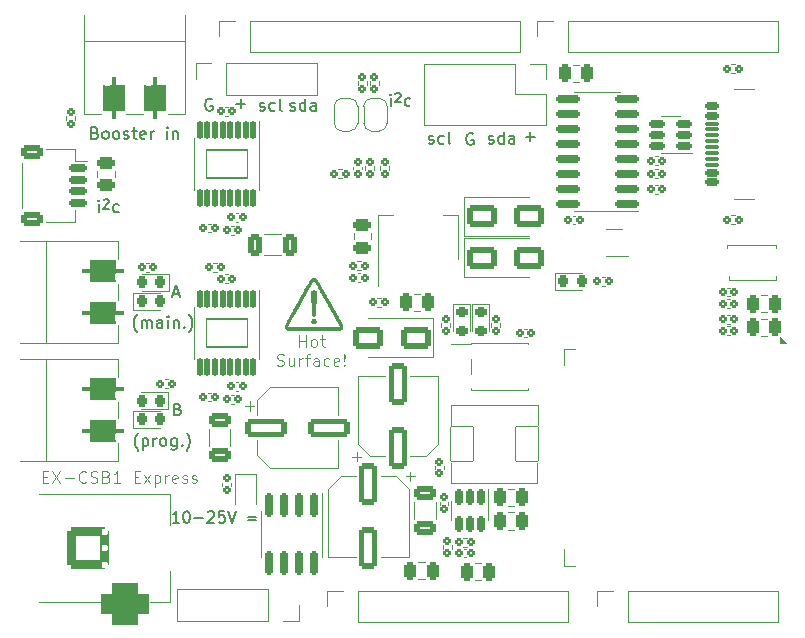
<source format=gbr>
%TF.GenerationSoftware,KiCad,Pcbnew,8.0.4*%
%TF.CreationDate,2024-09-10T17:58:53-04:00*%
%TF.ProjectId,EX-CSB1,45582d43-5342-4312-9e6b-696361645f70,rev?*%
%TF.SameCoordinates,Original*%
%TF.FileFunction,Legend,Top*%
%TF.FilePolarity,Positive*%
%FSLAX46Y46*%
G04 Gerber Fmt 4.6, Leading zero omitted, Abs format (unit mm)*
G04 Created by KiCad (PCBNEW 8.0.4) date 2024-09-10 17:58:53*
%MOMM*%
%LPD*%
G01*
G04 APERTURE LIST*
G04 Aperture macros list*
%AMRoundRect*
0 Rectangle with rounded corners*
0 $1 Rounding radius*
0 $2 $3 $4 $5 $6 $7 $8 $9 X,Y pos of 4 corners*
0 Add a 4 corners polygon primitive as box body*
4,1,4,$2,$3,$4,$5,$6,$7,$8,$9,$2,$3,0*
0 Add four circle primitives for the rounded corners*
1,1,$1+$1,$2,$3*
1,1,$1+$1,$4,$5*
1,1,$1+$1,$6,$7*
1,1,$1+$1,$8,$9*
0 Add four rect primitives between the rounded corners*
20,1,$1+$1,$2,$3,$4,$5,0*
20,1,$1+$1,$4,$5,$6,$7,0*
20,1,$1+$1,$6,$7,$8,$9,0*
20,1,$1+$1,$8,$9,$2,$3,0*%
%AMFreePoly0*
4,1,19,0.500000,-0.750000,0.000000,-0.750000,0.000000,-0.744911,-0.071157,-0.744911,-0.207708,-0.704816,-0.327430,-0.627875,-0.420627,-0.520320,-0.479746,-0.390866,-0.500000,-0.250000,-0.500000,0.250000,-0.479746,0.390866,-0.420627,0.520320,-0.327430,0.627875,-0.207708,0.704816,-0.071157,0.744911,0.000000,0.744911,0.000000,0.750000,0.500000,0.750000,0.500000,-0.750000,0.500000,-0.750000,
$1*%
%AMFreePoly1*
4,1,19,0.000000,0.744911,0.071157,0.744911,0.207708,0.704816,0.327430,0.627875,0.420627,0.520320,0.479746,0.390866,0.500000,0.250000,0.500000,-0.250000,0.479746,-0.390866,0.420627,-0.520320,0.327430,-0.627875,0.207708,-0.704816,0.071157,-0.744911,0.000000,-0.744911,0.000000,-0.750000,-0.500000,-0.750000,-0.500000,0.750000,0.000000,0.750000,0.000000,0.744911,0.000000,0.744911,
$1*%
G04 Aperture macros list end*
%ADD10C,0.100000*%
%ADD11C,0.150000*%
%ADD12C,0.120000*%
%ADD13C,0.000000*%
%ADD14R,1.350000X1.800000*%
%ADD15RoundRect,0.250000X0.475000X-0.250000X0.475000X0.250000X-0.475000X0.250000X-0.475000X-0.250000X0*%
%ADD16RoundRect,0.124000X-0.186000X-0.196000X0.186000X-0.196000X0.186000X0.196000X-0.186000X0.196000X0*%
%ADD17RoundRect,0.124138X-0.175862X-0.195862X0.175862X-0.195862X0.175862X0.195862X-0.175862X0.195862X0*%
%ADD18RoundRect,0.124000X0.186000X0.196000X-0.186000X0.196000X-0.186000X-0.196000X0.186000X-0.196000X0*%
%ADD19RoundRect,0.124000X0.196000X-0.186000X0.196000X0.186000X-0.196000X0.186000X-0.196000X-0.186000X0*%
%ADD20C,3.500000*%
%ADD21R,2.000000X0.640000*%
%ADD22RoundRect,0.124138X0.175862X0.195862X-0.175862X0.195862X-0.175862X-0.195862X0.175862X-0.195862X0*%
%ADD23C,0.600000*%
%ADD24RoundRect,0.720000X-1.080000X0.180000X-1.080000X-0.180000X1.080000X-0.180000X1.080000X0.180000X0*%
%ADD25FreePoly0,90.000000*%
%ADD26FreePoly1,90.000000*%
%ADD27RoundRect,0.250000X-0.250000X-0.475000X0.250000X-0.475000X0.250000X0.475000X-0.250000X0.475000X0*%
%ADD28R,1.700000X1.700000*%
%ADD29O,1.700000X1.700000*%
%ADD30RoundRect,0.218750X-0.218750X-0.256250X0.218750X-0.256250X0.218750X0.256250X-0.218750X0.256250X0*%
%ADD31RoundRect,0.250000X0.250000X0.475000X-0.250000X0.475000X-0.250000X-0.475000X0.250000X-0.475000X0*%
%ADD32RoundRect,0.124138X0.195862X-0.175862X0.195862X0.175862X-0.195862X0.175862X-0.195862X-0.175862X0*%
%ADD33RoundRect,0.124138X-0.195862X0.175862X-0.195862X-0.175862X0.195862X-0.175862X0.195862X0.175862X0*%
%ADD34RoundRect,0.250000X-0.550000X1.500000X-0.550000X-1.500000X0.550000X-1.500000X0.550000X1.500000X0*%
%ADD35C,0.650000*%
%ADD36RoundRect,0.150000X0.425000X-0.150000X0.425000X0.150000X-0.425000X0.150000X-0.425000X-0.150000X0*%
%ADD37RoundRect,0.075000X0.500000X-0.075000X0.500000X0.075000X-0.500000X0.075000X-0.500000X-0.075000X0*%
%ADD38O,2.100000X1.000000*%
%ADD39O,1.800000X1.000000*%
%ADD40RoundRect,0.250000X-0.325000X-0.650000X0.325000X-0.650000X0.325000X0.650000X-0.325000X0.650000X0*%
%ADD41RoundRect,0.150000X-0.150000X0.512500X-0.150000X-0.512500X0.150000X-0.512500X0.150000X0.512500X0*%
%ADD42RoundRect,0.250000X-0.475000X0.250000X-0.475000X-0.250000X0.475000X-0.250000X0.475000X0.250000X0*%
%ADD43R,0.650000X0.400000*%
%ADD44RoundRect,0.720000X0.180000X1.080000X-0.180000X1.080000X-0.180000X-1.080000X0.180000X-1.080000X0*%
%ADD45RoundRect,0.218750X-0.256250X0.218750X-0.256250X-0.218750X0.256250X-0.218750X0.256250X0.218750X0*%
%ADD46RoundRect,0.049200X-1.750800X1.180800X-1.750800X-1.180800X1.750800X-1.180800X1.750800X1.180800X0*%
%ADD47RoundRect,0.110000X-0.110000X0.677500X-0.110000X-0.677500X0.110000X-0.677500X0.110000X0.677500X0*%
%ADD48RoundRect,0.250000X1.000000X0.650000X-1.000000X0.650000X-1.000000X-0.650000X1.000000X-0.650000X0*%
%ADD49RoundRect,0.250000X-0.650000X0.325000X-0.650000X-0.325000X0.650000X-0.325000X0.650000X0.325000X0*%
%ADD50RoundRect,0.218750X0.218750X0.256250X-0.218750X0.256250X-0.218750X-0.256250X0.218750X-0.256250X0*%
%ADD51RoundRect,0.150000X0.825000X0.150000X-0.825000X0.150000X-0.825000X-0.150000X0.825000X-0.150000X0*%
%ADD52RoundRect,0.124000X-0.196000X0.186000X-0.196000X-0.186000X0.196000X-0.186000X0.196000X0.186000X0*%
%ADD53RoundRect,0.250000X-1.500000X-0.550000X1.500000X-0.550000X1.500000X0.550000X-1.500000X0.550000X0*%
%ADD54RoundRect,0.250000X-1.000000X-0.650000X1.000000X-0.650000X1.000000X0.650000X-1.000000X0.650000X0*%
%ADD55RoundRect,0.150000X-0.625000X0.150000X-0.625000X-0.150000X0.625000X-0.150000X0.625000X0.150000X0*%
%ADD56RoundRect,0.250000X-0.650000X0.350000X-0.650000X-0.350000X0.650000X-0.350000X0.650000X0.350000X0*%
%ADD57RoundRect,0.019500X-0.955500X-1.480500X0.955500X-1.480500X0.955500X1.480500X-0.955500X1.480500X0*%
%ADD58R,0.450000X0.600000*%
%ADD59R,1.500000X2.000000*%
%ADD60R,3.800000X2.000000*%
%ADD61R,3.500000X3.500000*%
%ADD62RoundRect,0.350000X-1.400000X-1.400000X1.400000X-1.400000X1.400000X1.400000X-1.400000X1.400000X0*%
%ADD63RoundRect,0.875000X-1.125000X-0.875000X1.125000X-0.875000X1.125000X0.875000X-1.125000X0.875000X0*%
%ADD64RoundRect,0.250000X0.550000X-1.500000X0.550000X1.500000X-0.550000X1.500000X-0.550000X-1.500000X0*%
%ADD65RoundRect,0.150000X-0.150000X0.825000X-0.150000X-0.825000X0.150000X-0.825000X0.150000X0.825000X0*%
%ADD66R,0.900000X1.500000*%
%ADD67R,1.500000X0.900000*%
%ADD68R,0.900000X0.900000*%
%ADD69RoundRect,0.150000X0.512500X0.150000X-0.512500X0.150000X-0.512500X-0.150000X0.512500X-0.150000X0*%
G04 APERTURE END LIST*
D10*
X24122190Y24343525D02*
X24122190Y25343525D01*
X24122190Y24867335D02*
X24693618Y24867335D01*
X24693618Y24343525D02*
X24693618Y25343525D01*
X25312666Y24343525D02*
X25217428Y24391144D01*
X25217428Y24391144D02*
X25169809Y24438764D01*
X25169809Y24438764D02*
X25122190Y24534002D01*
X25122190Y24534002D02*
X25122190Y24819716D01*
X25122190Y24819716D02*
X25169809Y24914954D01*
X25169809Y24914954D02*
X25217428Y24962573D01*
X25217428Y24962573D02*
X25312666Y25010192D01*
X25312666Y25010192D02*
X25455523Y25010192D01*
X25455523Y25010192D02*
X25550761Y24962573D01*
X25550761Y24962573D02*
X25598380Y24914954D01*
X25598380Y24914954D02*
X25645999Y24819716D01*
X25645999Y24819716D02*
X25645999Y24534002D01*
X25645999Y24534002D02*
X25598380Y24438764D01*
X25598380Y24438764D02*
X25550761Y24391144D01*
X25550761Y24391144D02*
X25455523Y24343525D01*
X25455523Y24343525D02*
X25312666Y24343525D01*
X25931714Y25010192D02*
X26312666Y25010192D01*
X26074571Y25343525D02*
X26074571Y24486383D01*
X26074571Y24486383D02*
X26122190Y24391144D01*
X26122190Y24391144D02*
X26217428Y24343525D01*
X26217428Y24343525D02*
X26312666Y24343525D01*
X22265047Y22781200D02*
X22407904Y22733581D01*
X22407904Y22733581D02*
X22645999Y22733581D01*
X22645999Y22733581D02*
X22741237Y22781200D01*
X22741237Y22781200D02*
X22788856Y22828820D01*
X22788856Y22828820D02*
X22836475Y22924058D01*
X22836475Y22924058D02*
X22836475Y23019296D01*
X22836475Y23019296D02*
X22788856Y23114534D01*
X22788856Y23114534D02*
X22741237Y23162153D01*
X22741237Y23162153D02*
X22645999Y23209772D01*
X22645999Y23209772D02*
X22455523Y23257391D01*
X22455523Y23257391D02*
X22360285Y23305010D01*
X22360285Y23305010D02*
X22312666Y23352629D01*
X22312666Y23352629D02*
X22265047Y23447867D01*
X22265047Y23447867D02*
X22265047Y23543105D01*
X22265047Y23543105D02*
X22312666Y23638343D01*
X22312666Y23638343D02*
X22360285Y23685962D01*
X22360285Y23685962D02*
X22455523Y23733581D01*
X22455523Y23733581D02*
X22693618Y23733581D01*
X22693618Y23733581D02*
X22836475Y23685962D01*
X23693618Y23400248D02*
X23693618Y22733581D01*
X23265047Y23400248D02*
X23265047Y22876439D01*
X23265047Y22876439D02*
X23312666Y22781200D01*
X23312666Y22781200D02*
X23407904Y22733581D01*
X23407904Y22733581D02*
X23550761Y22733581D01*
X23550761Y22733581D02*
X23645999Y22781200D01*
X23645999Y22781200D02*
X23693618Y22828820D01*
X24169809Y22733581D02*
X24169809Y23400248D01*
X24169809Y23209772D02*
X24217428Y23305010D01*
X24217428Y23305010D02*
X24265047Y23352629D01*
X24265047Y23352629D02*
X24360285Y23400248D01*
X24360285Y23400248D02*
X24455523Y23400248D01*
X24646000Y23400248D02*
X25026952Y23400248D01*
X24788857Y22733581D02*
X24788857Y23590724D01*
X24788857Y23590724D02*
X24836476Y23685962D01*
X24836476Y23685962D02*
X24931714Y23733581D01*
X24931714Y23733581D02*
X25026952Y23733581D01*
X25788857Y22733581D02*
X25788857Y23257391D01*
X25788857Y23257391D02*
X25741238Y23352629D01*
X25741238Y23352629D02*
X25646000Y23400248D01*
X25646000Y23400248D02*
X25455524Y23400248D01*
X25455524Y23400248D02*
X25360286Y23352629D01*
X25788857Y22781200D02*
X25693619Y22733581D01*
X25693619Y22733581D02*
X25455524Y22733581D01*
X25455524Y22733581D02*
X25360286Y22781200D01*
X25360286Y22781200D02*
X25312667Y22876439D01*
X25312667Y22876439D02*
X25312667Y22971677D01*
X25312667Y22971677D02*
X25360286Y23066915D01*
X25360286Y23066915D02*
X25455524Y23114534D01*
X25455524Y23114534D02*
X25693619Y23114534D01*
X25693619Y23114534D02*
X25788857Y23162153D01*
X26693619Y22781200D02*
X26598381Y22733581D01*
X26598381Y22733581D02*
X26407905Y22733581D01*
X26407905Y22733581D02*
X26312667Y22781200D01*
X26312667Y22781200D02*
X26265048Y22828820D01*
X26265048Y22828820D02*
X26217429Y22924058D01*
X26217429Y22924058D02*
X26217429Y23209772D01*
X26217429Y23209772D02*
X26265048Y23305010D01*
X26265048Y23305010D02*
X26312667Y23352629D01*
X26312667Y23352629D02*
X26407905Y23400248D01*
X26407905Y23400248D02*
X26598381Y23400248D01*
X26598381Y23400248D02*
X26693619Y23352629D01*
X27503143Y22781200D02*
X27407905Y22733581D01*
X27407905Y22733581D02*
X27217429Y22733581D01*
X27217429Y22733581D02*
X27122191Y22781200D01*
X27122191Y22781200D02*
X27074572Y22876439D01*
X27074572Y22876439D02*
X27074572Y23257391D01*
X27074572Y23257391D02*
X27122191Y23352629D01*
X27122191Y23352629D02*
X27217429Y23400248D01*
X27217429Y23400248D02*
X27407905Y23400248D01*
X27407905Y23400248D02*
X27503143Y23352629D01*
X27503143Y23352629D02*
X27550762Y23257391D01*
X27550762Y23257391D02*
X27550762Y23162153D01*
X27550762Y23162153D02*
X27074572Y23066915D01*
X27979334Y22828820D02*
X28026953Y22781200D01*
X28026953Y22781200D02*
X27979334Y22733581D01*
X27979334Y22733581D02*
X27931715Y22781200D01*
X27931715Y22781200D02*
X27979334Y22828820D01*
X27979334Y22828820D02*
X27979334Y22733581D01*
X27979334Y23114534D02*
X27931715Y23685962D01*
X27931715Y23685962D02*
X27979334Y23733581D01*
X27979334Y23733581D02*
X28026953Y23685962D01*
X28026953Y23685962D02*
X27979334Y23114534D01*
X27979334Y23114534D02*
X27979334Y23733581D01*
X33181666Y13386315D02*
X33943571Y13386315D01*
X33562618Y13005362D02*
X33562618Y13767267D01*
D11*
X16761904Y45297562D02*
X16666666Y45345181D01*
X16666666Y45345181D02*
X16523809Y45345181D01*
X16523809Y45345181D02*
X16380952Y45297562D01*
X16380952Y45297562D02*
X16285714Y45202324D01*
X16285714Y45202324D02*
X16238095Y45107086D01*
X16238095Y45107086D02*
X16190476Y44916610D01*
X16190476Y44916610D02*
X16190476Y44773753D01*
X16190476Y44773753D02*
X16238095Y44583277D01*
X16238095Y44583277D02*
X16285714Y44488039D01*
X16285714Y44488039D02*
X16380952Y44392800D01*
X16380952Y44392800D02*
X16523809Y44345181D01*
X16523809Y44345181D02*
X16619047Y44345181D01*
X16619047Y44345181D02*
X16761904Y44392800D01*
X16761904Y44392800D02*
X16809523Y44440420D01*
X16809523Y44440420D02*
X16809523Y44773753D01*
X16809523Y44773753D02*
X16619047Y44773753D01*
D10*
X28628884Y15058534D02*
X29390789Y15058534D01*
X29009836Y14677581D02*
X29009836Y15439486D01*
D11*
X38861904Y42397562D02*
X38766666Y42445181D01*
X38766666Y42445181D02*
X38623809Y42445181D01*
X38623809Y42445181D02*
X38480952Y42397562D01*
X38480952Y42397562D02*
X38385714Y42302324D01*
X38385714Y42302324D02*
X38338095Y42207086D01*
X38338095Y42207086D02*
X38290476Y42016610D01*
X38290476Y42016610D02*
X38290476Y41873753D01*
X38290476Y41873753D02*
X38338095Y41683277D01*
X38338095Y41683277D02*
X38385714Y41588039D01*
X38385714Y41588039D02*
X38480952Y41492800D01*
X38480952Y41492800D02*
X38623809Y41445181D01*
X38623809Y41445181D02*
X38719047Y41445181D01*
X38719047Y41445181D02*
X38861904Y41492800D01*
X38861904Y41492800D02*
X38909523Y41540420D01*
X38909523Y41540420D02*
X38909523Y41873753D01*
X38909523Y41873753D02*
X38719047Y41873753D01*
X13489160Y28830896D02*
X13965350Y28830896D01*
X13393922Y28545181D02*
X13727255Y29545181D01*
X13727255Y29545181D02*
X14060588Y28545181D01*
X18819048Y44926134D02*
X19580953Y44926134D01*
X19200000Y44545181D02*
X19200000Y45307086D01*
X7190476Y35745181D02*
X7190476Y36411848D01*
X7190476Y36745181D02*
X7142857Y36697562D01*
X7142857Y36697562D02*
X7190476Y36649943D01*
X7190476Y36649943D02*
X7238095Y36697562D01*
X7238095Y36697562D02*
X7190476Y36745181D01*
X7190476Y36745181D02*
X7190476Y36649943D01*
X7580951Y36758515D02*
X7619047Y36796610D01*
X7619047Y36796610D02*
X7695237Y36834705D01*
X7695237Y36834705D02*
X7885713Y36834705D01*
X7885713Y36834705D02*
X7961904Y36796610D01*
X7961904Y36796610D02*
X7999999Y36758515D01*
X7999999Y36758515D02*
X8038094Y36682324D01*
X8038094Y36682324D02*
X8038094Y36606134D01*
X8038094Y36606134D02*
X7999999Y36491848D01*
X7999999Y36491848D02*
X7542856Y36034705D01*
X7542856Y36034705D02*
X8038094Y36034705D01*
X8857142Y35792800D02*
X8761904Y35745181D01*
X8761904Y35745181D02*
X8571428Y35745181D01*
X8571428Y35745181D02*
X8476190Y35792800D01*
X8476190Y35792800D02*
X8428571Y35840420D01*
X8428571Y35840420D02*
X8380952Y35935658D01*
X8380952Y35935658D02*
X8380952Y36221372D01*
X8380952Y36221372D02*
X8428571Y36316610D01*
X8428571Y36316610D02*
X8476190Y36364229D01*
X8476190Y36364229D02*
X8571428Y36411848D01*
X8571428Y36411848D02*
X8761904Y36411848D01*
X8761904Y36411848D02*
X8857142Y36364229D01*
X20795238Y44392800D02*
X20890476Y44345181D01*
X20890476Y44345181D02*
X21080952Y44345181D01*
X21080952Y44345181D02*
X21176190Y44392800D01*
X21176190Y44392800D02*
X21223809Y44488039D01*
X21223809Y44488039D02*
X21223809Y44535658D01*
X21223809Y44535658D02*
X21176190Y44630896D01*
X21176190Y44630896D02*
X21080952Y44678515D01*
X21080952Y44678515D02*
X20938095Y44678515D01*
X20938095Y44678515D02*
X20842857Y44726134D01*
X20842857Y44726134D02*
X20795238Y44821372D01*
X20795238Y44821372D02*
X20795238Y44868991D01*
X20795238Y44868991D02*
X20842857Y44964229D01*
X20842857Y44964229D02*
X20938095Y45011848D01*
X20938095Y45011848D02*
X21080952Y45011848D01*
X21080952Y45011848D02*
X21176190Y44964229D01*
X22080952Y44392800D02*
X21985714Y44345181D01*
X21985714Y44345181D02*
X21795238Y44345181D01*
X21795238Y44345181D02*
X21700000Y44392800D01*
X21700000Y44392800D02*
X21652381Y44440420D01*
X21652381Y44440420D02*
X21604762Y44535658D01*
X21604762Y44535658D02*
X21604762Y44821372D01*
X21604762Y44821372D02*
X21652381Y44916610D01*
X21652381Y44916610D02*
X21700000Y44964229D01*
X21700000Y44964229D02*
X21795238Y45011848D01*
X21795238Y45011848D02*
X21985714Y45011848D01*
X21985714Y45011848D02*
X22080952Y44964229D01*
X22652381Y44345181D02*
X22557143Y44392800D01*
X22557143Y44392800D02*
X22509524Y44488039D01*
X22509524Y44488039D02*
X22509524Y45345181D01*
X23380952Y44392800D02*
X23476190Y44345181D01*
X23476190Y44345181D02*
X23666666Y44345181D01*
X23666666Y44345181D02*
X23761904Y44392800D01*
X23761904Y44392800D02*
X23809523Y44488039D01*
X23809523Y44488039D02*
X23809523Y44535658D01*
X23809523Y44535658D02*
X23761904Y44630896D01*
X23761904Y44630896D02*
X23666666Y44678515D01*
X23666666Y44678515D02*
X23523809Y44678515D01*
X23523809Y44678515D02*
X23428571Y44726134D01*
X23428571Y44726134D02*
X23380952Y44821372D01*
X23380952Y44821372D02*
X23380952Y44868991D01*
X23380952Y44868991D02*
X23428571Y44964229D01*
X23428571Y44964229D02*
X23523809Y45011848D01*
X23523809Y45011848D02*
X23666666Y45011848D01*
X23666666Y45011848D02*
X23761904Y44964229D01*
X24666666Y44345181D02*
X24666666Y45345181D01*
X24666666Y44392800D02*
X24571428Y44345181D01*
X24571428Y44345181D02*
X24380952Y44345181D01*
X24380952Y44345181D02*
X24285714Y44392800D01*
X24285714Y44392800D02*
X24238095Y44440420D01*
X24238095Y44440420D02*
X24190476Y44535658D01*
X24190476Y44535658D02*
X24190476Y44821372D01*
X24190476Y44821372D02*
X24238095Y44916610D01*
X24238095Y44916610D02*
X24285714Y44964229D01*
X24285714Y44964229D02*
X24380952Y45011848D01*
X24380952Y45011848D02*
X24571428Y45011848D01*
X24571428Y45011848D02*
X24666666Y44964229D01*
X25571428Y44345181D02*
X25571428Y44868991D01*
X25571428Y44868991D02*
X25523809Y44964229D01*
X25523809Y44964229D02*
X25428571Y45011848D01*
X25428571Y45011848D02*
X25238095Y45011848D01*
X25238095Y45011848D02*
X25142857Y44964229D01*
X25571428Y44392800D02*
X25476190Y44345181D01*
X25476190Y44345181D02*
X25238095Y44345181D01*
X25238095Y44345181D02*
X25142857Y44392800D01*
X25142857Y44392800D02*
X25095238Y44488039D01*
X25095238Y44488039D02*
X25095238Y44583277D01*
X25095238Y44583277D02*
X25142857Y44678515D01*
X25142857Y44678515D02*
X25238095Y44726134D01*
X25238095Y44726134D02*
X25476190Y44726134D01*
X25476190Y44726134D02*
X25571428Y44773753D01*
X10522493Y15564229D02*
X10474874Y15611848D01*
X10474874Y15611848D02*
X10379636Y15754705D01*
X10379636Y15754705D02*
X10332017Y15849943D01*
X10332017Y15849943D02*
X10284398Y15992800D01*
X10284398Y15992800D02*
X10236779Y16230896D01*
X10236779Y16230896D02*
X10236779Y16421372D01*
X10236779Y16421372D02*
X10284398Y16659467D01*
X10284398Y16659467D02*
X10332017Y16802324D01*
X10332017Y16802324D02*
X10379636Y16897562D01*
X10379636Y16897562D02*
X10474874Y17040420D01*
X10474874Y17040420D02*
X10522493Y17088039D01*
X10903446Y16611848D02*
X10903446Y15611848D01*
X10903446Y16564229D02*
X10998684Y16611848D01*
X10998684Y16611848D02*
X11189160Y16611848D01*
X11189160Y16611848D02*
X11284398Y16564229D01*
X11284398Y16564229D02*
X11332017Y16516610D01*
X11332017Y16516610D02*
X11379636Y16421372D01*
X11379636Y16421372D02*
X11379636Y16135658D01*
X11379636Y16135658D02*
X11332017Y16040420D01*
X11332017Y16040420D02*
X11284398Y15992800D01*
X11284398Y15992800D02*
X11189160Y15945181D01*
X11189160Y15945181D02*
X10998684Y15945181D01*
X10998684Y15945181D02*
X10903446Y15992800D01*
X11808208Y15945181D02*
X11808208Y16611848D01*
X11808208Y16421372D02*
X11855827Y16516610D01*
X11855827Y16516610D02*
X11903446Y16564229D01*
X11903446Y16564229D02*
X11998684Y16611848D01*
X11998684Y16611848D02*
X12093922Y16611848D01*
X12570113Y15945181D02*
X12474875Y15992800D01*
X12474875Y15992800D02*
X12427256Y16040420D01*
X12427256Y16040420D02*
X12379637Y16135658D01*
X12379637Y16135658D02*
X12379637Y16421372D01*
X12379637Y16421372D02*
X12427256Y16516610D01*
X12427256Y16516610D02*
X12474875Y16564229D01*
X12474875Y16564229D02*
X12570113Y16611848D01*
X12570113Y16611848D02*
X12712970Y16611848D01*
X12712970Y16611848D02*
X12808208Y16564229D01*
X12808208Y16564229D02*
X12855827Y16516610D01*
X12855827Y16516610D02*
X12903446Y16421372D01*
X12903446Y16421372D02*
X12903446Y16135658D01*
X12903446Y16135658D02*
X12855827Y16040420D01*
X12855827Y16040420D02*
X12808208Y15992800D01*
X12808208Y15992800D02*
X12712970Y15945181D01*
X12712970Y15945181D02*
X12570113Y15945181D01*
X13760589Y16611848D02*
X13760589Y15802324D01*
X13760589Y15802324D02*
X13712970Y15707086D01*
X13712970Y15707086D02*
X13665351Y15659467D01*
X13665351Y15659467D02*
X13570113Y15611848D01*
X13570113Y15611848D02*
X13427256Y15611848D01*
X13427256Y15611848D02*
X13332018Y15659467D01*
X13760589Y15992800D02*
X13665351Y15945181D01*
X13665351Y15945181D02*
X13474875Y15945181D01*
X13474875Y15945181D02*
X13379637Y15992800D01*
X13379637Y15992800D02*
X13332018Y16040420D01*
X13332018Y16040420D02*
X13284399Y16135658D01*
X13284399Y16135658D02*
X13284399Y16421372D01*
X13284399Y16421372D02*
X13332018Y16516610D01*
X13332018Y16516610D02*
X13379637Y16564229D01*
X13379637Y16564229D02*
X13474875Y16611848D01*
X13474875Y16611848D02*
X13665351Y16611848D01*
X13665351Y16611848D02*
X13760589Y16564229D01*
X14236780Y16040420D02*
X14284399Y15992800D01*
X14284399Y15992800D02*
X14236780Y15945181D01*
X14236780Y15945181D02*
X14189161Y15992800D01*
X14189161Y15992800D02*
X14236780Y16040420D01*
X14236780Y16040420D02*
X14236780Y15945181D01*
X14617732Y15564229D02*
X14665351Y15611848D01*
X14665351Y15611848D02*
X14760589Y15754705D01*
X14760589Y15754705D02*
X14808208Y15849943D01*
X14808208Y15849943D02*
X14855827Y15992800D01*
X14855827Y15992800D02*
X14903446Y16230896D01*
X14903446Y16230896D02*
X14903446Y16421372D01*
X14903446Y16421372D02*
X14855827Y16659467D01*
X14855827Y16659467D02*
X14808208Y16802324D01*
X14808208Y16802324D02*
X14760589Y16897562D01*
X14760589Y16897562D02*
X14665351Y17040420D01*
X14665351Y17040420D02*
X14617732Y17088039D01*
X6866666Y42468991D02*
X7009523Y42421372D01*
X7009523Y42421372D02*
X7057142Y42373753D01*
X7057142Y42373753D02*
X7104761Y42278515D01*
X7104761Y42278515D02*
X7104761Y42135658D01*
X7104761Y42135658D02*
X7057142Y42040420D01*
X7057142Y42040420D02*
X7009523Y41992800D01*
X7009523Y41992800D02*
X6914285Y41945181D01*
X6914285Y41945181D02*
X6533333Y41945181D01*
X6533333Y41945181D02*
X6533333Y42945181D01*
X6533333Y42945181D02*
X6866666Y42945181D01*
X6866666Y42945181D02*
X6961904Y42897562D01*
X6961904Y42897562D02*
X7009523Y42849943D01*
X7009523Y42849943D02*
X7057142Y42754705D01*
X7057142Y42754705D02*
X7057142Y42659467D01*
X7057142Y42659467D02*
X7009523Y42564229D01*
X7009523Y42564229D02*
X6961904Y42516610D01*
X6961904Y42516610D02*
X6866666Y42468991D01*
X6866666Y42468991D02*
X6533333Y42468991D01*
X7676190Y41945181D02*
X7580952Y41992800D01*
X7580952Y41992800D02*
X7533333Y42040420D01*
X7533333Y42040420D02*
X7485714Y42135658D01*
X7485714Y42135658D02*
X7485714Y42421372D01*
X7485714Y42421372D02*
X7533333Y42516610D01*
X7533333Y42516610D02*
X7580952Y42564229D01*
X7580952Y42564229D02*
X7676190Y42611848D01*
X7676190Y42611848D02*
X7819047Y42611848D01*
X7819047Y42611848D02*
X7914285Y42564229D01*
X7914285Y42564229D02*
X7961904Y42516610D01*
X7961904Y42516610D02*
X8009523Y42421372D01*
X8009523Y42421372D02*
X8009523Y42135658D01*
X8009523Y42135658D02*
X7961904Y42040420D01*
X7961904Y42040420D02*
X7914285Y41992800D01*
X7914285Y41992800D02*
X7819047Y41945181D01*
X7819047Y41945181D02*
X7676190Y41945181D01*
X8580952Y41945181D02*
X8485714Y41992800D01*
X8485714Y41992800D02*
X8438095Y42040420D01*
X8438095Y42040420D02*
X8390476Y42135658D01*
X8390476Y42135658D02*
X8390476Y42421372D01*
X8390476Y42421372D02*
X8438095Y42516610D01*
X8438095Y42516610D02*
X8485714Y42564229D01*
X8485714Y42564229D02*
X8580952Y42611848D01*
X8580952Y42611848D02*
X8723809Y42611848D01*
X8723809Y42611848D02*
X8819047Y42564229D01*
X8819047Y42564229D02*
X8866666Y42516610D01*
X8866666Y42516610D02*
X8914285Y42421372D01*
X8914285Y42421372D02*
X8914285Y42135658D01*
X8914285Y42135658D02*
X8866666Y42040420D01*
X8866666Y42040420D02*
X8819047Y41992800D01*
X8819047Y41992800D02*
X8723809Y41945181D01*
X8723809Y41945181D02*
X8580952Y41945181D01*
X9295238Y41992800D02*
X9390476Y41945181D01*
X9390476Y41945181D02*
X9580952Y41945181D01*
X9580952Y41945181D02*
X9676190Y41992800D01*
X9676190Y41992800D02*
X9723809Y42088039D01*
X9723809Y42088039D02*
X9723809Y42135658D01*
X9723809Y42135658D02*
X9676190Y42230896D01*
X9676190Y42230896D02*
X9580952Y42278515D01*
X9580952Y42278515D02*
X9438095Y42278515D01*
X9438095Y42278515D02*
X9342857Y42326134D01*
X9342857Y42326134D02*
X9295238Y42421372D01*
X9295238Y42421372D02*
X9295238Y42468991D01*
X9295238Y42468991D02*
X9342857Y42564229D01*
X9342857Y42564229D02*
X9438095Y42611848D01*
X9438095Y42611848D02*
X9580952Y42611848D01*
X9580952Y42611848D02*
X9676190Y42564229D01*
X10009524Y42611848D02*
X10390476Y42611848D01*
X10152381Y42945181D02*
X10152381Y42088039D01*
X10152381Y42088039D02*
X10200000Y41992800D01*
X10200000Y41992800D02*
X10295238Y41945181D01*
X10295238Y41945181D02*
X10390476Y41945181D01*
X11104762Y41992800D02*
X11009524Y41945181D01*
X11009524Y41945181D02*
X10819048Y41945181D01*
X10819048Y41945181D02*
X10723810Y41992800D01*
X10723810Y41992800D02*
X10676191Y42088039D01*
X10676191Y42088039D02*
X10676191Y42468991D01*
X10676191Y42468991D02*
X10723810Y42564229D01*
X10723810Y42564229D02*
X10819048Y42611848D01*
X10819048Y42611848D02*
X11009524Y42611848D01*
X11009524Y42611848D02*
X11104762Y42564229D01*
X11104762Y42564229D02*
X11152381Y42468991D01*
X11152381Y42468991D02*
X11152381Y42373753D01*
X11152381Y42373753D02*
X10676191Y42278515D01*
X11580953Y41945181D02*
X11580953Y42611848D01*
X11580953Y42421372D02*
X11628572Y42516610D01*
X11628572Y42516610D02*
X11676191Y42564229D01*
X11676191Y42564229D02*
X11771429Y42611848D01*
X11771429Y42611848D02*
X11866667Y42611848D01*
X12961906Y41945181D02*
X12961906Y42611848D01*
X12961906Y42945181D02*
X12914287Y42897562D01*
X12914287Y42897562D02*
X12961906Y42849943D01*
X12961906Y42849943D02*
X13009525Y42897562D01*
X13009525Y42897562D02*
X12961906Y42945181D01*
X12961906Y42945181D02*
X12961906Y42849943D01*
X13438096Y42611848D02*
X13438096Y41945181D01*
X13438096Y42516610D02*
X13485715Y42564229D01*
X13485715Y42564229D02*
X13580953Y42611848D01*
X13580953Y42611848D02*
X13723810Y42611848D01*
X13723810Y42611848D02*
X13819048Y42564229D01*
X13819048Y42564229D02*
X13866667Y42468991D01*
X13866667Y42468991D02*
X13866667Y41945181D01*
X40180952Y41592800D02*
X40276190Y41545181D01*
X40276190Y41545181D02*
X40466666Y41545181D01*
X40466666Y41545181D02*
X40561904Y41592800D01*
X40561904Y41592800D02*
X40609523Y41688039D01*
X40609523Y41688039D02*
X40609523Y41735658D01*
X40609523Y41735658D02*
X40561904Y41830896D01*
X40561904Y41830896D02*
X40466666Y41878515D01*
X40466666Y41878515D02*
X40323809Y41878515D01*
X40323809Y41878515D02*
X40228571Y41926134D01*
X40228571Y41926134D02*
X40180952Y42021372D01*
X40180952Y42021372D02*
X40180952Y42068991D01*
X40180952Y42068991D02*
X40228571Y42164229D01*
X40228571Y42164229D02*
X40323809Y42211848D01*
X40323809Y42211848D02*
X40466666Y42211848D01*
X40466666Y42211848D02*
X40561904Y42164229D01*
X41466666Y41545181D02*
X41466666Y42545181D01*
X41466666Y41592800D02*
X41371428Y41545181D01*
X41371428Y41545181D02*
X41180952Y41545181D01*
X41180952Y41545181D02*
X41085714Y41592800D01*
X41085714Y41592800D02*
X41038095Y41640420D01*
X41038095Y41640420D02*
X40990476Y41735658D01*
X40990476Y41735658D02*
X40990476Y42021372D01*
X40990476Y42021372D02*
X41038095Y42116610D01*
X41038095Y42116610D02*
X41085714Y42164229D01*
X41085714Y42164229D02*
X41180952Y42211848D01*
X41180952Y42211848D02*
X41371428Y42211848D01*
X41371428Y42211848D02*
X41466666Y42164229D01*
X42371428Y41545181D02*
X42371428Y42068991D01*
X42371428Y42068991D02*
X42323809Y42164229D01*
X42323809Y42164229D02*
X42228571Y42211848D01*
X42228571Y42211848D02*
X42038095Y42211848D01*
X42038095Y42211848D02*
X41942857Y42164229D01*
X42371428Y41592800D02*
X42276190Y41545181D01*
X42276190Y41545181D02*
X42038095Y41545181D01*
X42038095Y41545181D02*
X41942857Y41592800D01*
X41942857Y41592800D02*
X41895238Y41688039D01*
X41895238Y41688039D02*
X41895238Y41783277D01*
X41895238Y41783277D02*
X41942857Y41878515D01*
X41942857Y41878515D02*
X42038095Y41926134D01*
X42038095Y41926134D02*
X42276190Y41926134D01*
X42276190Y41926134D02*
X42371428Y41973753D01*
X43319048Y42126134D02*
X44080953Y42126134D01*
X43700000Y41745181D02*
X43700000Y42507086D01*
X10422493Y25564229D02*
X10374874Y25611848D01*
X10374874Y25611848D02*
X10279636Y25754705D01*
X10279636Y25754705D02*
X10232017Y25849943D01*
X10232017Y25849943D02*
X10184398Y25992800D01*
X10184398Y25992800D02*
X10136779Y26230896D01*
X10136779Y26230896D02*
X10136779Y26421372D01*
X10136779Y26421372D02*
X10184398Y26659467D01*
X10184398Y26659467D02*
X10232017Y26802324D01*
X10232017Y26802324D02*
X10279636Y26897562D01*
X10279636Y26897562D02*
X10374874Y27040420D01*
X10374874Y27040420D02*
X10422493Y27088039D01*
X10803446Y25945181D02*
X10803446Y26611848D01*
X10803446Y26516610D02*
X10851065Y26564229D01*
X10851065Y26564229D02*
X10946303Y26611848D01*
X10946303Y26611848D02*
X11089160Y26611848D01*
X11089160Y26611848D02*
X11184398Y26564229D01*
X11184398Y26564229D02*
X11232017Y26468991D01*
X11232017Y26468991D02*
X11232017Y25945181D01*
X11232017Y26468991D02*
X11279636Y26564229D01*
X11279636Y26564229D02*
X11374874Y26611848D01*
X11374874Y26611848D02*
X11517731Y26611848D01*
X11517731Y26611848D02*
X11612970Y26564229D01*
X11612970Y26564229D02*
X11660589Y26468991D01*
X11660589Y26468991D02*
X11660589Y25945181D01*
X12565350Y25945181D02*
X12565350Y26468991D01*
X12565350Y26468991D02*
X12517731Y26564229D01*
X12517731Y26564229D02*
X12422493Y26611848D01*
X12422493Y26611848D02*
X12232017Y26611848D01*
X12232017Y26611848D02*
X12136779Y26564229D01*
X12565350Y25992800D02*
X12470112Y25945181D01*
X12470112Y25945181D02*
X12232017Y25945181D01*
X12232017Y25945181D02*
X12136779Y25992800D01*
X12136779Y25992800D02*
X12089160Y26088039D01*
X12089160Y26088039D02*
X12089160Y26183277D01*
X12089160Y26183277D02*
X12136779Y26278515D01*
X12136779Y26278515D02*
X12232017Y26326134D01*
X12232017Y26326134D02*
X12470112Y26326134D01*
X12470112Y26326134D02*
X12565350Y26373753D01*
X13041541Y25945181D02*
X13041541Y26611848D01*
X13041541Y26945181D02*
X12993922Y26897562D01*
X12993922Y26897562D02*
X13041541Y26849943D01*
X13041541Y26849943D02*
X13089160Y26897562D01*
X13089160Y26897562D02*
X13041541Y26945181D01*
X13041541Y26945181D02*
X13041541Y26849943D01*
X13517731Y26611848D02*
X13517731Y25945181D01*
X13517731Y26516610D02*
X13565350Y26564229D01*
X13565350Y26564229D02*
X13660588Y26611848D01*
X13660588Y26611848D02*
X13803445Y26611848D01*
X13803445Y26611848D02*
X13898683Y26564229D01*
X13898683Y26564229D02*
X13946302Y26468991D01*
X13946302Y26468991D02*
X13946302Y25945181D01*
X14422493Y26040420D02*
X14470112Y25992800D01*
X14470112Y25992800D02*
X14422493Y25945181D01*
X14422493Y25945181D02*
X14374874Y25992800D01*
X14374874Y25992800D02*
X14422493Y26040420D01*
X14422493Y26040420D02*
X14422493Y25945181D01*
X14803445Y25564229D02*
X14851064Y25611848D01*
X14851064Y25611848D02*
X14946302Y25754705D01*
X14946302Y25754705D02*
X14993921Y25849943D01*
X14993921Y25849943D02*
X15041540Y25992800D01*
X15041540Y25992800D02*
X15089159Y26230896D01*
X15089159Y26230896D02*
X15089159Y26421372D01*
X15089159Y26421372D02*
X15041540Y26659467D01*
X15041540Y26659467D02*
X14993921Y26802324D01*
X14993921Y26802324D02*
X14946302Y26897562D01*
X14946302Y26897562D02*
X14851064Y27040420D01*
X14851064Y27040420D02*
X14803445Y27088039D01*
X13870112Y19068991D02*
X14012969Y19021372D01*
X14012969Y19021372D02*
X14060588Y18973753D01*
X14060588Y18973753D02*
X14108207Y18878515D01*
X14108207Y18878515D02*
X14108207Y18735658D01*
X14108207Y18735658D02*
X14060588Y18640420D01*
X14060588Y18640420D02*
X14012969Y18592800D01*
X14012969Y18592800D02*
X13917731Y18545181D01*
X13917731Y18545181D02*
X13536779Y18545181D01*
X13536779Y18545181D02*
X13536779Y19545181D01*
X13536779Y19545181D02*
X13870112Y19545181D01*
X13870112Y19545181D02*
X13965350Y19497562D01*
X13965350Y19497562D02*
X14012969Y19449943D01*
X14012969Y19449943D02*
X14060588Y19354705D01*
X14060588Y19354705D02*
X14060588Y19259467D01*
X14060588Y19259467D02*
X14012969Y19164229D01*
X14012969Y19164229D02*
X13965350Y19116610D01*
X13965350Y19116610D02*
X13870112Y19068991D01*
X13870112Y19068991D02*
X13536779Y19068991D01*
X31890476Y44745181D02*
X31890476Y45411848D01*
X31890476Y45745181D02*
X31842857Y45697562D01*
X31842857Y45697562D02*
X31890476Y45649943D01*
X31890476Y45649943D02*
X31938095Y45697562D01*
X31938095Y45697562D02*
X31890476Y45745181D01*
X31890476Y45745181D02*
X31890476Y45649943D01*
X32280951Y45758515D02*
X32319047Y45796610D01*
X32319047Y45796610D02*
X32395237Y45834705D01*
X32395237Y45834705D02*
X32585713Y45834705D01*
X32585713Y45834705D02*
X32661904Y45796610D01*
X32661904Y45796610D02*
X32699999Y45758515D01*
X32699999Y45758515D02*
X32738094Y45682324D01*
X32738094Y45682324D02*
X32738094Y45606134D01*
X32738094Y45606134D02*
X32699999Y45491848D01*
X32699999Y45491848D02*
X32242856Y45034705D01*
X32242856Y45034705D02*
X32738094Y45034705D01*
X33557142Y44792800D02*
X33461904Y44745181D01*
X33461904Y44745181D02*
X33271428Y44745181D01*
X33271428Y44745181D02*
X33176190Y44792800D01*
X33176190Y44792800D02*
X33128571Y44840420D01*
X33128571Y44840420D02*
X33080952Y44935658D01*
X33080952Y44935658D02*
X33080952Y45221372D01*
X33080952Y45221372D02*
X33128571Y45316610D01*
X33128571Y45316610D02*
X33176190Y45364229D01*
X33176190Y45364229D02*
X33271428Y45411848D01*
X33271428Y45411848D02*
X33461904Y45411848D01*
X33461904Y45411848D02*
X33557142Y45364229D01*
X35095238Y41592800D02*
X35190476Y41545181D01*
X35190476Y41545181D02*
X35380952Y41545181D01*
X35380952Y41545181D02*
X35476190Y41592800D01*
X35476190Y41592800D02*
X35523809Y41688039D01*
X35523809Y41688039D02*
X35523809Y41735658D01*
X35523809Y41735658D02*
X35476190Y41830896D01*
X35476190Y41830896D02*
X35380952Y41878515D01*
X35380952Y41878515D02*
X35238095Y41878515D01*
X35238095Y41878515D02*
X35142857Y41926134D01*
X35142857Y41926134D02*
X35095238Y42021372D01*
X35095238Y42021372D02*
X35095238Y42068991D01*
X35095238Y42068991D02*
X35142857Y42164229D01*
X35142857Y42164229D02*
X35238095Y42211848D01*
X35238095Y42211848D02*
X35380952Y42211848D01*
X35380952Y42211848D02*
X35476190Y42164229D01*
X36380952Y41592800D02*
X36285714Y41545181D01*
X36285714Y41545181D02*
X36095238Y41545181D01*
X36095238Y41545181D02*
X36000000Y41592800D01*
X36000000Y41592800D02*
X35952381Y41640420D01*
X35952381Y41640420D02*
X35904762Y41735658D01*
X35904762Y41735658D02*
X35904762Y42021372D01*
X35904762Y42021372D02*
X35952381Y42116610D01*
X35952381Y42116610D02*
X36000000Y42164229D01*
X36000000Y42164229D02*
X36095238Y42211848D01*
X36095238Y42211848D02*
X36285714Y42211848D01*
X36285714Y42211848D02*
X36380952Y42164229D01*
X36952381Y41545181D02*
X36857143Y41592800D01*
X36857143Y41592800D02*
X36809524Y41688039D01*
X36809524Y41688039D02*
X36809524Y42545181D01*
X13969047Y9445181D02*
X13426190Y9445181D01*
X13697618Y9445181D02*
X13697618Y10445181D01*
X13697618Y10445181D02*
X13607142Y10302324D01*
X13607142Y10302324D02*
X13516666Y10207086D01*
X13516666Y10207086D02*
X13426190Y10159467D01*
X14557142Y10445181D02*
X14647619Y10445181D01*
X14647619Y10445181D02*
X14738095Y10397562D01*
X14738095Y10397562D02*
X14783333Y10349943D01*
X14783333Y10349943D02*
X14828571Y10254705D01*
X14828571Y10254705D02*
X14873809Y10064229D01*
X14873809Y10064229D02*
X14873809Y9826134D01*
X14873809Y9826134D02*
X14828571Y9635658D01*
X14828571Y9635658D02*
X14783333Y9540420D01*
X14783333Y9540420D02*
X14738095Y9492800D01*
X14738095Y9492800D02*
X14647619Y9445181D01*
X14647619Y9445181D02*
X14557142Y9445181D01*
X14557142Y9445181D02*
X14466666Y9492800D01*
X14466666Y9492800D02*
X14421428Y9540420D01*
X14421428Y9540420D02*
X14376190Y9635658D01*
X14376190Y9635658D02*
X14330952Y9826134D01*
X14330952Y9826134D02*
X14330952Y10064229D01*
X14330952Y10064229D02*
X14376190Y10254705D01*
X14376190Y10254705D02*
X14421428Y10349943D01*
X14421428Y10349943D02*
X14466666Y10397562D01*
X14466666Y10397562D02*
X14557142Y10445181D01*
X15280952Y9826134D02*
X16004762Y9826134D01*
X16411904Y10349943D02*
X16457142Y10397562D01*
X16457142Y10397562D02*
X16547618Y10445181D01*
X16547618Y10445181D02*
X16773809Y10445181D01*
X16773809Y10445181D02*
X16864285Y10397562D01*
X16864285Y10397562D02*
X16909523Y10349943D01*
X16909523Y10349943D02*
X16954761Y10254705D01*
X16954761Y10254705D02*
X16954761Y10159467D01*
X16954761Y10159467D02*
X16909523Y10016610D01*
X16909523Y10016610D02*
X16366666Y9445181D01*
X16366666Y9445181D02*
X16954761Y9445181D01*
X17814285Y10445181D02*
X17361904Y10445181D01*
X17361904Y10445181D02*
X17316666Y9968991D01*
X17316666Y9968991D02*
X17361904Y10016610D01*
X17361904Y10016610D02*
X17452380Y10064229D01*
X17452380Y10064229D02*
X17678571Y10064229D01*
X17678571Y10064229D02*
X17769047Y10016610D01*
X17769047Y10016610D02*
X17814285Y9968991D01*
X17814285Y9968991D02*
X17859523Y9873753D01*
X17859523Y9873753D02*
X17859523Y9635658D01*
X17859523Y9635658D02*
X17814285Y9540420D01*
X17814285Y9540420D02*
X17769047Y9492800D01*
X17769047Y9492800D02*
X17678571Y9445181D01*
X17678571Y9445181D02*
X17452380Y9445181D01*
X17452380Y9445181D02*
X17361904Y9492800D01*
X17361904Y9492800D02*
X17316666Y9540420D01*
X18130952Y10445181D02*
X18447618Y9445181D01*
X18447618Y9445181D02*
X18764285Y10445181D01*
X19804762Y9968991D02*
X20528572Y9968991D01*
X20528572Y9683277D02*
X19804762Y9683277D01*
D10*
X2443884Y13351391D02*
X2777217Y13351391D01*
X2920074Y12827581D02*
X2443884Y12827581D01*
X2443884Y12827581D02*
X2443884Y13827581D01*
X2443884Y13827581D02*
X2920074Y13827581D01*
X3253408Y13827581D02*
X3920074Y12827581D01*
X3920074Y13827581D02*
X3253408Y12827581D01*
X4301027Y13208534D02*
X5062932Y13208534D01*
X6110550Y12922820D02*
X6062931Y12875200D01*
X6062931Y12875200D02*
X5920074Y12827581D01*
X5920074Y12827581D02*
X5824836Y12827581D01*
X5824836Y12827581D02*
X5681979Y12875200D01*
X5681979Y12875200D02*
X5586741Y12970439D01*
X5586741Y12970439D02*
X5539122Y13065677D01*
X5539122Y13065677D02*
X5491503Y13256153D01*
X5491503Y13256153D02*
X5491503Y13399010D01*
X5491503Y13399010D02*
X5539122Y13589486D01*
X5539122Y13589486D02*
X5586741Y13684724D01*
X5586741Y13684724D02*
X5681979Y13779962D01*
X5681979Y13779962D02*
X5824836Y13827581D01*
X5824836Y13827581D02*
X5920074Y13827581D01*
X5920074Y13827581D02*
X6062931Y13779962D01*
X6062931Y13779962D02*
X6110550Y13732343D01*
X6491503Y12875200D02*
X6634360Y12827581D01*
X6634360Y12827581D02*
X6872455Y12827581D01*
X6872455Y12827581D02*
X6967693Y12875200D01*
X6967693Y12875200D02*
X7015312Y12922820D01*
X7015312Y12922820D02*
X7062931Y13018058D01*
X7062931Y13018058D02*
X7062931Y13113296D01*
X7062931Y13113296D02*
X7015312Y13208534D01*
X7015312Y13208534D02*
X6967693Y13256153D01*
X6967693Y13256153D02*
X6872455Y13303772D01*
X6872455Y13303772D02*
X6681979Y13351391D01*
X6681979Y13351391D02*
X6586741Y13399010D01*
X6586741Y13399010D02*
X6539122Y13446629D01*
X6539122Y13446629D02*
X6491503Y13541867D01*
X6491503Y13541867D02*
X6491503Y13637105D01*
X6491503Y13637105D02*
X6539122Y13732343D01*
X6539122Y13732343D02*
X6586741Y13779962D01*
X6586741Y13779962D02*
X6681979Y13827581D01*
X6681979Y13827581D02*
X6920074Y13827581D01*
X6920074Y13827581D02*
X7062931Y13779962D01*
X7824836Y13351391D02*
X7967693Y13303772D01*
X7967693Y13303772D02*
X8015312Y13256153D01*
X8015312Y13256153D02*
X8062931Y13160915D01*
X8062931Y13160915D02*
X8062931Y13018058D01*
X8062931Y13018058D02*
X8015312Y12922820D01*
X8015312Y12922820D02*
X7967693Y12875200D01*
X7967693Y12875200D02*
X7872455Y12827581D01*
X7872455Y12827581D02*
X7491503Y12827581D01*
X7491503Y12827581D02*
X7491503Y13827581D01*
X7491503Y13827581D02*
X7824836Y13827581D01*
X7824836Y13827581D02*
X7920074Y13779962D01*
X7920074Y13779962D02*
X7967693Y13732343D01*
X7967693Y13732343D02*
X8015312Y13637105D01*
X8015312Y13637105D02*
X8015312Y13541867D01*
X8015312Y13541867D02*
X7967693Y13446629D01*
X7967693Y13446629D02*
X7920074Y13399010D01*
X7920074Y13399010D02*
X7824836Y13351391D01*
X7824836Y13351391D02*
X7491503Y13351391D01*
X9015312Y12827581D02*
X8443884Y12827581D01*
X8729598Y12827581D02*
X8729598Y13827581D01*
X8729598Y13827581D02*
X8634360Y13684724D01*
X8634360Y13684724D02*
X8539122Y13589486D01*
X8539122Y13589486D02*
X8443884Y13541867D01*
X10205789Y13351391D02*
X10539122Y13351391D01*
X10681979Y12827581D02*
X10205789Y12827581D01*
X10205789Y12827581D02*
X10205789Y13827581D01*
X10205789Y13827581D02*
X10681979Y13827581D01*
X11015313Y12827581D02*
X11539122Y13494248D01*
X11015313Y13494248D02*
X11539122Y12827581D01*
X11920075Y13494248D02*
X11920075Y12494248D01*
X11920075Y13446629D02*
X12015313Y13494248D01*
X12015313Y13494248D02*
X12205789Y13494248D01*
X12205789Y13494248D02*
X12301027Y13446629D01*
X12301027Y13446629D02*
X12348646Y13399010D01*
X12348646Y13399010D02*
X12396265Y13303772D01*
X12396265Y13303772D02*
X12396265Y13018058D01*
X12396265Y13018058D02*
X12348646Y12922820D01*
X12348646Y12922820D02*
X12301027Y12875200D01*
X12301027Y12875200D02*
X12205789Y12827581D01*
X12205789Y12827581D02*
X12015313Y12827581D01*
X12015313Y12827581D02*
X11920075Y12875200D01*
X12824837Y12827581D02*
X12824837Y13494248D01*
X12824837Y13303772D02*
X12872456Y13399010D01*
X12872456Y13399010D02*
X12920075Y13446629D01*
X12920075Y13446629D02*
X13015313Y13494248D01*
X13015313Y13494248D02*
X13110551Y13494248D01*
X13824837Y12875200D02*
X13729599Y12827581D01*
X13729599Y12827581D02*
X13539123Y12827581D01*
X13539123Y12827581D02*
X13443885Y12875200D01*
X13443885Y12875200D02*
X13396266Y12970439D01*
X13396266Y12970439D02*
X13396266Y13351391D01*
X13396266Y13351391D02*
X13443885Y13446629D01*
X13443885Y13446629D02*
X13539123Y13494248D01*
X13539123Y13494248D02*
X13729599Y13494248D01*
X13729599Y13494248D02*
X13824837Y13446629D01*
X13824837Y13446629D02*
X13872456Y13351391D01*
X13872456Y13351391D02*
X13872456Y13256153D01*
X13872456Y13256153D02*
X13396266Y13160915D01*
X14253409Y12875200D02*
X14348647Y12827581D01*
X14348647Y12827581D02*
X14539123Y12827581D01*
X14539123Y12827581D02*
X14634361Y12875200D01*
X14634361Y12875200D02*
X14681980Y12970439D01*
X14681980Y12970439D02*
X14681980Y13018058D01*
X14681980Y13018058D02*
X14634361Y13113296D01*
X14634361Y13113296D02*
X14539123Y13160915D01*
X14539123Y13160915D02*
X14396266Y13160915D01*
X14396266Y13160915D02*
X14301028Y13208534D01*
X14301028Y13208534D02*
X14253409Y13303772D01*
X14253409Y13303772D02*
X14253409Y13351391D01*
X14253409Y13351391D02*
X14301028Y13446629D01*
X14301028Y13446629D02*
X14396266Y13494248D01*
X14396266Y13494248D02*
X14539123Y13494248D01*
X14539123Y13494248D02*
X14634361Y13446629D01*
X15062933Y12875200D02*
X15158171Y12827581D01*
X15158171Y12827581D02*
X15348647Y12827581D01*
X15348647Y12827581D02*
X15443885Y12875200D01*
X15443885Y12875200D02*
X15491504Y12970439D01*
X15491504Y12970439D02*
X15491504Y13018058D01*
X15491504Y13018058D02*
X15443885Y13113296D01*
X15443885Y13113296D02*
X15348647Y13160915D01*
X15348647Y13160915D02*
X15205790Y13160915D01*
X15205790Y13160915D02*
X15110552Y13208534D01*
X15110552Y13208534D02*
X15062933Y13303772D01*
X15062933Y13303772D02*
X15062933Y13351391D01*
X15062933Y13351391D02*
X15110552Y13446629D01*
X15110552Y13446629D02*
X15205790Y13494248D01*
X15205790Y13494248D02*
X15348647Y13494248D01*
X15348647Y13494248D02*
X15443885Y13446629D01*
D12*
%TO.C,SW101*%
X60400000Y33000000D02*
X60400000Y32700000D01*
X60500000Y30325000D02*
X60500000Y30000000D01*
X60500000Y30000000D02*
X64500000Y30000000D01*
X64500000Y33000000D02*
X60400000Y33000000D01*
X64500000Y33000000D02*
X64500000Y32700000D01*
X64500000Y30000000D02*
X64500000Y30325000D01*
%TO.C,C115*%
X7064999Y38738747D02*
X7064999Y39261253D01*
X8534999Y38738747D02*
X8534999Y39261253D01*
%TO.C,C118*%
X43192164Y25860000D02*
X43407836Y25860000D01*
X43192164Y25140000D02*
X43407836Y25140000D01*
%TO.C,R121*%
X54246359Y39380000D02*
X54553641Y39380000D01*
X54246359Y38620000D02*
X54553641Y38620000D01*
%TO.C,C108*%
X18607836Y34560000D02*
X18392164Y34560000D01*
X18607836Y33840000D02*
X18392164Y33840000D01*
%TO.C,C204*%
X35655000Y14017164D02*
X35655000Y14232836D01*
X36375000Y14017164D02*
X36375000Y14232836D01*
%TO.C,U104*%
X38700000Y24700000D02*
X43500000Y24700000D01*
X38700000Y24550000D02*
X37000000Y24550000D01*
X38700000Y24550000D02*
X38700000Y24700000D01*
X38700000Y22050000D02*
X38700000Y23350000D01*
X38700000Y20700000D02*
X38700000Y20850000D01*
X43500000Y24700000D02*
X43500000Y24550000D01*
X43500000Y20850000D02*
X43500000Y20700000D01*
X43500000Y20700000D02*
X38700000Y20700000D01*
%TO.C,R116*%
X60653641Y26080003D02*
X60346359Y26080003D01*
X60653641Y25320003D02*
X60346359Y25320003D01*
%TO.C,J103*%
X500000Y14690000D02*
X8810000Y14690000D01*
X2700000Y23310000D02*
X2700000Y14690000D01*
X8810000Y23310000D02*
X500000Y23310000D01*
X8810000Y23310000D02*
X8810000Y21800000D01*
X8810000Y19700000D02*
X8810000Y18300000D01*
X8810000Y14690000D02*
X8810000Y16200000D01*
%TO.C,JP101*%
X27100000Y43300000D02*
X27100000Y44700000D01*
X27800000Y45400000D02*
X28400000Y45400000D01*
X28400000Y42600000D02*
X27800000Y42600000D01*
X29100000Y44700000D02*
X29100000Y43300000D01*
X27100000Y44700000D02*
G75*
G02*
X27800000Y45400000I700000J0D01*
G01*
X27800000Y42600000D02*
G75*
G02*
X27100000Y43300000I-1J699999D01*
G01*
X28400000Y45400000D02*
G75*
G02*
X29100000Y44700000I0J-700000D01*
G01*
X29100000Y43300000D02*
G75*
G02*
X28400000Y42600000I-699999J-1D01*
G01*
%TO.C,C114*%
X47338747Y48235000D02*
X47861253Y48235000D01*
X47338747Y46765000D02*
X47861253Y46765000D01*
%TO.C,C101*%
X63238748Y26734997D02*
X63761252Y26734997D01*
X63238748Y25264997D02*
X63761252Y25264997D01*
%TO.C,C110*%
X19007836Y21360000D02*
X18792164Y21360000D01*
X19007836Y20640000D02*
X18792164Y20640000D01*
%TO.C,J108*%
X26495000Y3700000D02*
X27825000Y3700000D01*
X26495000Y2370000D02*
X26495000Y3700000D01*
X29095000Y3700000D02*
X46935000Y3700000D01*
X29095000Y1040000D02*
X29095000Y3700000D01*
X29095000Y1040000D02*
X46935000Y1040000D01*
X46935000Y1040000D02*
X46935000Y3700000D01*
%TO.C,C209*%
X38092164Y7260000D02*
X38307836Y7260000D01*
X38092164Y6540000D02*
X38307836Y6540000D01*
%TO.C,D104*%
X10102500Y18935001D02*
X10102500Y17465001D01*
X10102500Y17465001D02*
X12387500Y17465001D01*
X12387500Y18935001D02*
X10102500Y18935001D01*
%TO.C,R119*%
X61053641Y35480000D02*
X60746359Y35480000D01*
X61053641Y34720000D02*
X60746359Y34720000D01*
%TO.C,R202*%
X38353641Y8180000D02*
X38046359Y8180000D01*
X38353641Y7420000D02*
X38046359Y7420000D01*
%TO.C,C207*%
X42361253Y12335000D02*
X41838749Y12335000D01*
X42361253Y10865000D02*
X41838749Y10865000D01*
%TO.C,R201*%
X17620000Y12546359D02*
X17620000Y12853641D01*
X18380000Y12546359D02*
X18380000Y12853641D01*
%TO.C,R205*%
X40420000Y26353641D02*
X40420000Y26046359D01*
X41180000Y26353641D02*
X41180000Y26046359D01*
%TO.C,C203*%
X26590000Y12345563D02*
X26590000Y6590000D01*
X26590000Y6590000D02*
X28940000Y6590000D01*
X27654437Y13410000D02*
X26590000Y12345563D01*
X27654437Y13410000D02*
X28940000Y13410000D01*
X32345563Y13410000D02*
X31060000Y13410000D01*
X32345563Y13410000D02*
X33410000Y12345563D01*
X33410000Y12345563D02*
X33410000Y6590000D01*
X33410000Y6590000D02*
X31060000Y6590000D01*
%TO.C,C111*%
X19007836Y35660000D02*
X18792164Y35660000D01*
X19007836Y34940000D02*
X18792164Y34940000D01*
%TO.C,R203*%
X36320000Y7246359D02*
X36320000Y7553641D01*
X37080000Y7246359D02*
X37080000Y7553641D01*
%TO.C,C107*%
X18607836Y20260000D02*
X18392164Y20260000D01*
X18607836Y19540000D02*
X18392164Y19540000D01*
%TO.C,J114*%
X62690000Y46170000D02*
X60990000Y46170000D01*
X62690000Y36830000D02*
X60990000Y36830000D01*
%TO.C,R109*%
X30746359Y28480000D02*
X31053641Y28480000D01*
X30746359Y27720000D02*
X31053641Y27720000D01*
%TO.C,R111*%
X29720000Y39653641D02*
X29720000Y39346359D01*
X30480000Y39653641D02*
X30480000Y39346359D01*
%TO.C,J107*%
X17355000Y51960000D02*
X18685000Y51960000D01*
X17355000Y50630000D02*
X17355000Y51960000D01*
X19955000Y51960000D02*
X42875000Y51960000D01*
X19955000Y49300000D02*
X19955000Y51960000D01*
X19955000Y49300000D02*
X42875000Y49300000D01*
X42875000Y49300000D02*
X42875000Y51960000D01*
%TO.C,C105*%
X21188748Y33910000D02*
X22611252Y33910000D01*
X21188748Y32090000D02*
X22611252Y32090000D01*
%TO.C,U201*%
X37040000Y10500000D02*
X37040000Y11300000D01*
X37040000Y10500000D02*
X37040000Y9700000D01*
X40160000Y10500000D02*
X40160000Y12300000D01*
X40160000Y10500000D02*
X40160000Y9700000D01*
%TO.C,C211*%
X28765000Y33961252D02*
X28765000Y33438748D01*
X30235000Y33961252D02*
X30235000Y33438748D01*
%TO.C,Q101*%
X50100000Y32040000D02*
X52000000Y32040000D01*
X51500000Y34360000D02*
X50100000Y34360000D01*
%TO.C,J110*%
X5890000Y52400000D02*
X5890000Y44090000D01*
X5890000Y44090000D02*
X7400000Y44090000D01*
X10900000Y44090000D02*
X9500000Y44090000D01*
X14510000Y50200000D02*
X5890000Y50200000D01*
X14510000Y44090000D02*
X13000000Y44090000D01*
X14510000Y44090000D02*
X14510000Y52400000D01*
%TO.C,D205*%
X38765000Y27985000D02*
X38765000Y25700000D01*
X40235000Y27985000D02*
X38765000Y27985000D01*
X40235000Y25700000D02*
X40235000Y27985000D01*
%TO.C,R103*%
X60653641Y28380000D02*
X60346359Y28380000D01*
X60653641Y27620000D02*
X60346359Y27620000D01*
%TO.C,R106*%
X17153641Y31480000D02*
X16846359Y31480000D01*
X17153641Y30720000D02*
X16846359Y30720000D01*
%TO.C,C210*%
X34361252Y28835000D02*
X33838748Y28835000D01*
X34361252Y27365000D02*
X33838748Y27365000D01*
%TO.C,U101*%
X15240000Y25500000D02*
X15240000Y27700000D01*
X15240000Y25500000D02*
X15240000Y23300000D01*
X20760000Y25500000D02*
X20760000Y29150000D01*
X20760000Y25500000D02*
X20760000Y23300000D01*
%TO.C,R117*%
X60653641Y27080000D02*
X60346359Y27080000D01*
X60653641Y26320000D02*
X60346359Y26320000D01*
%TO.C,D106*%
X35510000Y26750000D02*
X30000000Y26750000D01*
X35510000Y23450000D02*
X30000000Y23450000D01*
X35510000Y23450000D02*
X35510000Y26750000D01*
%TO.C,R118*%
X60746359Y48280000D02*
X61053641Y48280000D01*
X60746359Y47520000D02*
X61053641Y47520000D01*
%TO.C,C205*%
X33890001Y11211252D02*
X33890001Y9788748D01*
X35710001Y11211252D02*
X35710001Y9788748D01*
%TO.C,D202*%
X37165000Y27985000D02*
X37165000Y25700000D01*
X38635000Y27985000D02*
X37165000Y27985000D01*
X38635000Y25700000D02*
X38635000Y27985000D01*
%TO.C,D105*%
X45815000Y30635000D02*
X45815000Y29165000D01*
X45815000Y29165000D02*
X48100000Y29165000D01*
X48100000Y30635000D02*
X45815000Y30635000D01*
%TO.C,R101*%
X11146359Y31480000D02*
X11453641Y31480000D01*
X11146359Y30720000D02*
X11453641Y30720000D01*
%TO.C,J106*%
X34750000Y48330000D02*
X34750000Y43130000D01*
X42430000Y48330000D02*
X34750000Y48330000D01*
X42430000Y48330000D02*
X42430000Y45730000D01*
X42430000Y45730000D02*
X45030000Y45730000D01*
X43700000Y48330000D02*
X45030000Y48330000D01*
X45030000Y48330000D02*
X45030000Y47000000D01*
X45030000Y45730000D02*
X45030000Y43130000D01*
X45030000Y43130000D02*
X34750000Y43130000D01*
%TO.C,D103*%
X10787500Y19064999D02*
X13072500Y19064999D01*
X13072500Y20534999D02*
X10787500Y20534999D01*
X13072500Y19064999D02*
X13072500Y20534999D01*
%TO.C,R204*%
X36185001Y26348641D02*
X36185001Y26041359D01*
X36945001Y26348641D02*
X36945001Y26041359D01*
%TO.C,J101*%
X500000Y24690000D02*
X8810000Y24690000D01*
X2700000Y33310000D02*
X2700000Y24690000D01*
X8810000Y33310000D02*
X500000Y33310000D01*
X8810000Y33310000D02*
X8810000Y31800000D01*
X8810000Y29700000D02*
X8810000Y28300000D01*
X8810000Y24690000D02*
X8810000Y26200000D01*
%TO.C,C117*%
X34761252Y6135000D02*
X34238748Y6135000D01*
X34761252Y4665000D02*
X34238748Y4665000D01*
%TO.C,U106*%
X49400000Y45960000D02*
X47450000Y45960000D01*
X49400000Y45960000D02*
X51350000Y45960000D01*
X49400000Y35840000D02*
X47450000Y35840000D01*
X49400000Y35840000D02*
X52850000Y35840000D01*
%TO.C,C103*%
X16490000Y17411252D02*
X16490000Y15988748D01*
X18310000Y17411252D02*
X18310000Y15988748D01*
%TO.C,C113*%
X28740000Y39607836D02*
X28740000Y39392164D01*
X29460000Y39607836D02*
X29460000Y39392164D01*
%TO.C,J113*%
X44275000Y51960000D02*
X45605000Y51960000D01*
X44275000Y50630000D02*
X44275000Y51960000D01*
X46875000Y51960000D02*
X64715000Y51960000D01*
X46875000Y49300000D02*
X46875000Y51960000D01*
X46875000Y49300000D02*
X64715000Y49300000D01*
X64715000Y49300000D02*
X64715000Y51960000D01*
%TO.C,D101*%
X10115000Y28935001D02*
X10115000Y27465001D01*
X10115000Y27465001D02*
X12400000Y27465001D01*
X12400000Y28935001D02*
X10115000Y28935001D01*
%TO.C,R120*%
X54246359Y38080000D02*
X54553641Y38080000D01*
X54246359Y37320000D02*
X54553641Y37320000D01*
D13*
%TO.C,REF\u002A\u002A*%
G36*
X25496315Y26710499D02*
G01*
X25553060Y26670771D01*
X25598051Y26616943D01*
X25627528Y26553176D01*
X25637731Y26483634D01*
X25631331Y26433508D01*
X25606729Y26374165D01*
X25566831Y26317663D01*
X25519269Y26273691D01*
X25493807Y26258888D01*
X25439984Y26244651D01*
X25378256Y26242733D01*
X25322027Y26253142D01*
X25307971Y26258795D01*
X25249101Y26301189D01*
X25203650Y26362365D01*
X25175775Y26435325D01*
X25168906Y26492972D01*
X25180629Y26564573D01*
X25213658Y26629932D01*
X25263602Y26683652D01*
X25326070Y26720338D01*
X25362604Y26731001D01*
X25431576Y26731963D01*
X25496315Y26710499D01*
G37*
G36*
X25515124Y29118428D02*
G01*
X25580240Y29084807D01*
X25631320Y29035609D01*
X25651423Y29002501D01*
X25656506Y28989268D01*
X25660183Y28971605D01*
X25662412Y28946567D01*
X25663149Y28911210D01*
X25662354Y28862591D01*
X25659982Y28797767D01*
X25655992Y28713792D01*
X25650340Y28607724D01*
X25644102Y28496285D01*
X25637657Y28384838D01*
X25631453Y28281713D01*
X25625710Y28190276D01*
X25620650Y28113895D01*
X25616494Y28055937D01*
X25613462Y28019769D01*
X25612096Y28009097D01*
X25609924Y27990238D01*
X25606627Y27947600D01*
X25602447Y27885004D01*
X25597629Y27806272D01*
X25592414Y27715224D01*
X25587047Y27615682D01*
X25587024Y27615245D01*
X25581545Y27512882D01*
X25576145Y27416453D01*
X25571091Y27330354D01*
X25566646Y27258982D01*
X25563075Y27206734D01*
X25560775Y27179204D01*
X25555566Y27128246D01*
X25549679Y27067373D01*
X25546599Y27034100D01*
X25536477Y26966413D01*
X25519085Y26921530D01*
X25492010Y26895114D01*
X25463535Y26884733D01*
X25400368Y26875271D01*
X25353405Y26879541D01*
X25315779Y26899082D01*
X25290635Y26923446D01*
X25274034Y26943056D01*
X25262320Y26961167D01*
X25254347Y26983135D01*
X25248970Y27014312D01*
X25245045Y27060055D01*
X25241427Y27125716D01*
X25239660Y27161830D01*
X25235822Y27237308D01*
X25230741Y27332134D01*
X25224872Y27438080D01*
X25218672Y27546918D01*
X25212632Y27649794D01*
X25206422Y27754662D01*
X25199212Y27877927D01*
X25191536Y28010394D01*
X25183924Y28142869D01*
X25176910Y28266159D01*
X25175040Y28299304D01*
X25168968Y28405072D01*
X25162695Y28510639D01*
X25156590Y28610046D01*
X25151024Y28697335D01*
X25146365Y28766549D01*
X25144169Y28796801D01*
X25139815Y28884948D01*
X25142980Y28951472D01*
X25155035Y29001586D01*
X25177350Y29040504D01*
X25211298Y29073440D01*
X25218327Y29078821D01*
X25287572Y29116670D01*
X25363587Y29135276D01*
X25441172Y29135557D01*
X25515124Y29118428D01*
G37*
G36*
X25471308Y30187618D02*
G01*
X25535173Y30171972D01*
X25594120Y30143320D01*
X25650493Y30099495D01*
X25706632Y30038331D01*
X25764880Y29957663D01*
X25827578Y29855325D01*
X25893152Y29736518D01*
X25916643Y29693266D01*
X25950023Y29632958D01*
X25989681Y29562061D01*
X26032009Y29487041D01*
X26055150Y29446311D01*
X26101097Y29365416D01*
X26149937Y29279006D01*
X26196844Y29195647D01*
X26236992Y29123905D01*
X26249828Y29100827D01*
X26285743Y29036406D01*
X26321281Y28973184D01*
X26351956Y28919115D01*
X26370660Y28886627D01*
X26392997Y28847691D01*
X26424310Y28792239D01*
X26460507Y28727557D01*
X26497494Y28660930D01*
X26498777Y28658607D01*
X26537709Y28588805D01*
X26578038Y28517616D01*
X26614896Y28453575D01*
X26642428Y28406850D01*
X26668485Y28362845D01*
X26688053Y28328477D01*
X26697777Y28309682D01*
X26698280Y28308047D01*
X26704581Y28294286D01*
X26721232Y28263395D01*
X26744855Y28221609D01*
X26749061Y28214320D01*
X26777804Y28164049D01*
X26814034Y28099826D01*
X26852202Y28031520D01*
X26874390Y27991476D01*
X26908164Y27930438D01*
X26940641Y27872025D01*
X26967503Y27823993D01*
X26981073Y27799958D01*
X27007235Y27753555D01*
X27032876Y27707378D01*
X27038917Y27696347D01*
X27074109Y27632231D01*
X27112950Y27562236D01*
X27152982Y27490706D01*
X27191746Y27421983D01*
X27226785Y27360411D01*
X27255639Y27310334D01*
X27275851Y27276095D01*
X27284276Y27262851D01*
X27298950Y27239433D01*
X27319945Y27201472D01*
X27334682Y27173025D01*
X27360356Y27123674D01*
X27386652Y27075583D01*
X27398173Y27055561D01*
X27434335Y26994387D01*
X27459474Y26951321D01*
X27476531Y26921260D01*
X27488442Y26899101D01*
X27489713Y26896638D01*
X27501170Y26875575D01*
X27523368Y26835779D01*
X27553598Y26782073D01*
X27589151Y26719276D01*
X27608838Y26684641D01*
X27644720Y26621295D01*
X27675321Y26566698D01*
X27698355Y26524975D01*
X27711536Y26500252D01*
X27713765Y26495317D01*
X27720335Y26482066D01*
X27737195Y26453407D01*
X27751661Y26429985D01*
X27776835Y26385810D01*
X27805862Y26328909D01*
X27831458Y26273824D01*
X27853967Y26218225D01*
X27866724Y26172031D01*
X27872374Y26122282D01*
X27873565Y26067476D01*
X27872496Y26007646D01*
X27867643Y25965298D01*
X27856935Y25930336D01*
X27838302Y25892666D01*
X27837378Y25890989D01*
X27777430Y25808614D01*
X27699823Y25743455D01*
X27610181Y25699945D01*
X27599425Y25696561D01*
X27587529Y25693481D01*
X27573297Y25690693D01*
X27555535Y25688182D01*
X27533050Y25685936D01*
X27504648Y25683941D01*
X27469134Y25682185D01*
X27425315Y25680652D01*
X27371996Y25679331D01*
X27307984Y25678208D01*
X27232083Y25677270D01*
X27143101Y25676503D01*
X27039843Y25675894D01*
X26921116Y25675429D01*
X26785724Y25675096D01*
X26632474Y25674881D01*
X26460173Y25674771D01*
X26267625Y25674751D01*
X26053637Y25674810D01*
X25817015Y25674934D01*
X25556565Y25675108D01*
X25395641Y25675227D01*
X25162958Y25675441D01*
X24937049Y25675725D01*
X24719271Y25676076D01*
X24510981Y25676486D01*
X24313535Y25676952D01*
X24128290Y25677468D01*
X23956603Y25678029D01*
X23799830Y25678630D01*
X23659327Y25679265D01*
X23536451Y25679929D01*
X23432559Y25680617D01*
X23349008Y25681325D01*
X23287153Y25682046D01*
X23248352Y25682776D01*
X23234059Y25683478D01*
X23206812Y25694817D01*
X23196139Y25702604D01*
X23173236Y25713851D01*
X23162993Y25715082D01*
X23131336Y25725194D01*
X23090571Y25751901D01*
X23047102Y25789757D01*
X23007337Y25833317D01*
X22982616Y25868410D01*
X22948242Y25950120D01*
X22932992Y26044212D01*
X22934056Y26067420D01*
X23230107Y26067420D01*
X23235084Y26045411D01*
X23246806Y26026587D01*
X23253340Y26019108D01*
X23256958Y26015540D01*
X23261646Y26012294D01*
X23268577Y26009353D01*
X23278921Y26006703D01*
X23293851Y26004328D01*
X23314538Y26002214D01*
X23342153Y26000346D01*
X23377869Y25998707D01*
X23422857Y25997284D01*
X23478287Y25996061D01*
X23545333Y25995022D01*
X23625165Y25994153D01*
X23718955Y25993439D01*
X23827875Y25992864D01*
X23953095Y25992414D01*
X24095789Y25992073D01*
X24257126Y25991825D01*
X24438280Y25991657D01*
X24640420Y25991552D01*
X24864720Y25991496D01*
X25112350Y25991473D01*
X25384483Y25991469D01*
X25392968Y25991469D01*
X25684008Y25991519D01*
X25950188Y25991674D01*
X26192353Y25991940D01*
X26411353Y25992323D01*
X26608033Y25992830D01*
X26783242Y25993467D01*
X26937827Y25994240D01*
X27072635Y25995157D01*
X27188514Y25996222D01*
X27286311Y25997444D01*
X27366873Y25998827D01*
X27431047Y26000379D01*
X27479682Y26002106D01*
X27513624Y26004014D01*
X27533721Y26006110D01*
X27539936Y26007658D01*
X27566892Y26029479D01*
X27579728Y26052731D01*
X27578270Y26089995D01*
X27562437Y26142195D01*
X27534471Y26203178D01*
X27508265Y26248777D01*
X27482977Y26291097D01*
X27452240Y26345145D01*
X27425591Y26393881D01*
X27396198Y26448733D01*
X27373672Y26489947D01*
X27352563Y26527170D01*
X27327419Y26570051D01*
X27299980Y26616179D01*
X27267051Y26672722D01*
X27230694Y26737111D01*
X27205854Y26782369D01*
X27176446Y26836293D01*
X27140363Y26901542D01*
X27104376Y26965884D01*
X27096664Y26979554D01*
X27060451Y27043987D01*
X27021345Y27114161D01*
X26986784Y27176717D01*
X26981233Y27186845D01*
X26955664Y27233096D01*
X26920491Y27296057D01*
X26879557Y27368883D01*
X26836703Y27444727D01*
X26816506Y27480324D01*
X26779403Y27545760D01*
X26732114Y27629379D01*
X26677733Y27725698D01*
X26619352Y27829234D01*
X26560067Y27934506D01*
X26505466Y28031587D01*
X26453823Y28123452D01*
X26405217Y28209864D01*
X26361598Y28287364D01*
X26324914Y28352488D01*
X26297114Y28401777D01*
X26280148Y28431770D01*
X26277749Y28435985D01*
X26236973Y28507952D01*
X26188253Y28594800D01*
X26136616Y28687543D01*
X26102714Y28748824D01*
X26073008Y28802316D01*
X26035641Y28869059D01*
X25993597Y28943784D01*
X25949857Y29021218D01*
X25907406Y29096092D01*
X25869226Y29163133D01*
X25838300Y29217071D01*
X25817610Y29252636D01*
X25817489Y29252840D01*
X25800507Y29282325D01*
X25773389Y29330332D01*
X25739070Y29391585D01*
X25700484Y29460805D01*
X25660565Y29532714D01*
X25622246Y29602036D01*
X25588463Y29663491D01*
X25562149Y29711804D01*
X25556361Y29722551D01*
X25509109Y29797704D01*
X25461947Y29847779D01*
X25415923Y29872256D01*
X25372085Y29870614D01*
X25331481Y29842332D01*
X25326526Y29836709D01*
X25308685Y29811679D01*
X25280919Y29768308D01*
X25246424Y29712022D01*
X25208396Y29648246D01*
X25170033Y29582407D01*
X25134530Y29519931D01*
X25105084Y29466243D01*
X25084891Y29426769D01*
X25084330Y29425582D01*
X25065277Y29388205D01*
X25040192Y29342755D01*
X25029960Y29325119D01*
X25015427Y29299956D01*
X24989847Y29255077D01*
X24955446Y29194433D01*
X24914455Y29121976D01*
X24869100Y29041657D01*
X24821611Y28957428D01*
X24774216Y28873242D01*
X24729143Y28793048D01*
X24688620Y28720800D01*
X24654877Y28660448D01*
X24635172Y28625032D01*
X24620835Y28599373D01*
X24596268Y28555616D01*
X24563917Y28498098D01*
X24526225Y28431153D01*
X24485637Y28359118D01*
X24444597Y28286328D01*
X24405549Y28217119D01*
X24370938Y28155827D01*
X24343207Y28106788D01*
X24324802Y28074337D01*
X24319102Y28064375D01*
X24307696Y28044261D01*
X24286485Y28006482D01*
X24258862Y27957091D01*
X24237764Y27919271D01*
X24217306Y27882693D01*
X24185753Y27826436D01*
X24145330Y27754460D01*
X24098267Y27670725D01*
X24046790Y27579188D01*
X23993126Y27483808D01*
X23939505Y27388546D01*
X23888152Y27297360D01*
X23841295Y27214209D01*
X23801163Y27143052D01*
X23769982Y27087848D01*
X23767353Y27083199D01*
X23756176Y27063329D01*
X23735004Y27025593D01*
X23707098Y26975808D01*
X23682102Y26931186D01*
X23651844Y26877682D01*
X23626236Y26833373D01*
X23608272Y26803380D01*
X23601278Y26792993D01*
X23591376Y26777468D01*
X23574954Y26746416D01*
X23567250Y26730805D01*
X23552464Y26702273D01*
X23526707Y26654719D01*
X23492476Y26592664D01*
X23452270Y26520629D01*
X23408584Y26443135D01*
X23399309Y26426779D01*
X23342283Y26325506D01*
X23298155Y26244604D01*
X23265898Y26181208D01*
X23244489Y26132455D01*
X23232900Y26095480D01*
X23230107Y26067420D01*
X22934056Y26067420D01*
X22937556Y26143807D01*
X22949335Y26200577D01*
X22962445Y26235311D01*
X22988350Y26291159D01*
X23025948Y26365978D01*
X23074138Y26457628D01*
X23131818Y26563969D01*
X23194208Y26676309D01*
X23253459Y26781939D01*
X23313673Y26889309D01*
X23372209Y26993709D01*
X23426428Y27090431D01*
X23473691Y27174767D01*
X23511358Y27242008D01*
X23523028Y27262851D01*
X23555903Y27321469D01*
X23599534Y27399100D01*
X23651328Y27491135D01*
X23708689Y27592969D01*
X23769023Y27699993D01*
X23829735Y27807601D01*
X23857672Y27857084D01*
X23914533Y27957893D01*
X23969445Y28055468D01*
X24020387Y28146199D01*
X24065335Y28226477D01*
X24102270Y28292693D01*
X24129167Y28341236D01*
X24140249Y28361491D01*
X24165435Y28407374D01*
X24200339Y28470081D01*
X24241203Y28542899D01*
X24284267Y28619119D01*
X24306701Y28658607D01*
X24339093Y28715610D01*
X24375928Y28780652D01*
X24418193Y28855489D01*
X24466876Y28941877D01*
X24522964Y29041573D01*
X24587445Y29156333D01*
X24661306Y29287913D01*
X24745534Y29438069D01*
X24841117Y29608557D01*
X24939017Y29783242D01*
X25007725Y29900935D01*
X25069615Y29995109D01*
X25127203Y30067995D01*
X25183005Y30121827D01*
X25239537Y30158838D01*
X25299316Y30181260D01*
X25364858Y30191325D01*
X25400185Y30192422D01*
X25471308Y30187618D01*
G37*
D12*
%TO.C,C102*%
X63238748Y28734997D02*
X63761252Y28734997D01*
X63238748Y27264997D02*
X63761252Y27264997D01*
%TO.C,R104*%
X27446359Y39380000D02*
X27753641Y39380000D01*
X27446359Y38620000D02*
X27753641Y38620000D01*
%TO.C,C120*%
X47292164Y35460000D02*
X47507836Y35460000D01*
X47292164Y34740000D02*
X47507836Y34740000D01*
%TO.C,J204*%
X13815000Y3830000D02*
X13815000Y1170000D01*
X21495000Y3830000D02*
X13815000Y3830000D01*
X21495000Y3830000D02*
X21495000Y1170000D01*
X21495000Y1170000D02*
X13815000Y1170000D01*
X24095000Y2500000D02*
X24095000Y1170000D01*
X24095000Y1170000D02*
X22765000Y1170000D01*
%TO.C,C201*%
X19562500Y19347500D02*
X20350000Y19347500D01*
X19956250Y19741250D02*
X19956250Y18953750D01*
X20590000Y19845563D02*
X20590000Y18560000D01*
X20590000Y19845563D02*
X21654437Y20910000D01*
X20590000Y15154437D02*
X20590000Y16440000D01*
X20590000Y15154437D02*
X21654437Y14090000D01*
X21654437Y20910000D02*
X27410000Y20910000D01*
X21654437Y14090000D02*
X27410000Y14090000D01*
X27410000Y20910000D02*
X27410000Y18560000D01*
X27410000Y14090000D02*
X27410000Y16440000D01*
%TO.C,R110*%
X29046359Y31580000D02*
X29353641Y31580000D01*
X29046359Y30820000D02*
X29353641Y30820000D01*
%TO.C,R115*%
X4420000Y43853641D02*
X4420000Y43546359D01*
X5180000Y43853641D02*
X5180000Y43546359D01*
%TO.C,D204*%
X38090000Y37050000D02*
X38090000Y33750000D01*
X38090000Y37050000D02*
X43600000Y37050000D01*
X38090000Y33750000D02*
X43600000Y33750000D01*
%TO.C,D203*%
X38090000Y33550000D02*
X38090000Y30250000D01*
X38090000Y33550000D02*
X43600000Y33550000D01*
X38090000Y30250000D02*
X43600000Y30250000D01*
%TO.C,J112*%
X49355000Y3700000D02*
X50685000Y3700000D01*
X49355000Y2370000D02*
X49355000Y3700000D01*
X51955000Y3700000D02*
X64715000Y3700000D01*
X51955000Y1040000D02*
X51955000Y3700000D01*
X51955000Y1040000D02*
X64715000Y1040000D01*
X64715000Y1040000D02*
X64715000Y3700000D01*
%TO.C,J105*%
X715000Y39940000D02*
X715000Y36060000D01*
X2685000Y41110000D02*
X5185001Y41110000D01*
X2685000Y34890000D02*
X5185001Y34890000D01*
X5185001Y41110000D02*
X5185001Y40060000D01*
X5185001Y40060000D02*
X6175000Y40060000D01*
X5185001Y34890000D02*
X5185001Y35940000D01*
%TO.C,L201*%
X37000000Y19400000D02*
X44400000Y19400000D01*
X37000000Y17700000D02*
X37000000Y19400000D01*
X37000000Y12800000D02*
X37000000Y14500000D01*
X44300000Y14500000D02*
X44300000Y12800000D01*
X44300000Y12800000D02*
X37000000Y12800000D01*
X44400000Y19400000D02*
X44400000Y17700000D01*
%TO.C,D201*%
X18750001Y13600001D02*
X18750001Y11050001D01*
X20450001Y13600001D02*
X18750001Y13600001D01*
X20450001Y13600001D02*
X20450001Y11050001D01*
%TO.C,U202*%
X30790000Y35510000D02*
X32050000Y35510000D01*
X30790000Y29500000D02*
X30790000Y35510000D01*
X37610000Y35510000D02*
X36350000Y35510000D01*
X37610000Y31750000D02*
X37610000Y35510000D01*
%TO.C,R107*%
X17846359Y44680000D02*
X18153641Y44680000D01*
X17846359Y43920000D02*
X18153641Y43920000D01*
%TO.C,C206*%
X36040000Y11207836D02*
X36040000Y10992164D01*
X36760000Y11207836D02*
X36760000Y10992164D01*
%TO.C,C109*%
X60392164Y29359997D02*
X60607836Y29359997D01*
X60392164Y28639997D02*
X60607836Y28639997D01*
%TO.C,JP102*%
X29600000Y43300000D02*
X29600000Y44700000D01*
X30299999Y45400000D02*
X30900001Y45400000D01*
X30900001Y42600000D02*
X30299999Y42600000D01*
X31600000Y44700000D02*
X31600000Y43300000D01*
X29600000Y44700000D02*
G75*
G02*
X30299999Y45400000I700000J0D01*
G01*
X30299999Y42600000D02*
G75*
G02*
X29600000Y43300000I0J699999D01*
G01*
X30900001Y45400000D02*
G75*
G02*
X31600000Y44700000I-1J-700000D01*
G01*
X31600000Y43300000D02*
G75*
G02*
X30900001Y42600000I-699999J-1D01*
G01*
%TO.C,C208*%
X42361253Y10335001D02*
X41838749Y10335001D01*
X42361253Y8865001D02*
X41838749Y8865001D01*
%TO.C,D102*%
X10800000Y29064999D02*
X13085000Y29064999D01*
X13085000Y30534999D02*
X10800000Y30534999D01*
X13085000Y29064999D02*
X13085000Y30534999D01*
%TO.C,R112*%
X50053641Y30280000D02*
X49746359Y30280000D01*
X50053641Y29520000D02*
X49746359Y29520000D01*
%TO.C,R108*%
X31020000Y39346359D02*
X31020000Y39653641D01*
X31780000Y39346359D02*
X31780000Y39653641D01*
%TO.C,C106*%
X16647836Y34760000D02*
X16432164Y34760000D01*
X16647836Y34040000D02*
X16432164Y34040000D01*
%TO.C,C116*%
X39038748Y6035000D02*
X39561252Y6035000D01*
X39038748Y4565000D02*
X39561252Y4565000D01*
%TO.C,C112*%
X29092164Y30560002D02*
X29307836Y30560002D01*
X29092164Y29840002D02*
X29307836Y29840002D01*
%TO.C,R114*%
X30120000Y46546359D02*
X30120000Y46853641D01*
X30880000Y46546359D02*
X30880000Y46853641D01*
%TO.C,J201*%
X2140000Y11900000D02*
X13200000Y11900000D01*
X7300000Y2700000D02*
X2140000Y2700000D01*
X13200000Y11900000D02*
X13200000Y9300000D01*
X13200000Y5400000D02*
X13200000Y2700000D01*
X13200000Y2700000D02*
X11500000Y2700000D01*
%TO.C,U102*%
X15240000Y39800000D02*
X15240000Y42000000D01*
X15240000Y39800000D02*
X15240000Y37600000D01*
X20760000Y39800000D02*
X20760000Y43450000D01*
X20760000Y39800000D02*
X20760000Y37600000D01*
%TO.C,R105*%
X17846359Y30480000D02*
X18153641Y30480000D01*
X17846359Y29720000D02*
X18153641Y29720000D01*
%TO.C,R113*%
X29120000Y46546359D02*
X29120000Y46853641D01*
X29880000Y46546359D02*
X29880000Y46853641D01*
%TO.C,C202*%
X29090000Y21910000D02*
X31440000Y21910000D01*
X29090000Y16154437D02*
X29090000Y21910000D01*
X30154437Y15090000D02*
X29090000Y16154437D01*
X30154437Y15090000D02*
X31440000Y15090000D01*
X34845563Y15090000D02*
X33560000Y15090000D01*
X34845563Y15090000D02*
X35910000Y16154437D01*
X35910000Y21910000D02*
X33560000Y21910000D01*
X35910000Y16154437D02*
X35910000Y21910000D01*
%TO.C,R102*%
X12746359Y21580000D02*
X13053641Y21580000D01*
X12746359Y20820000D02*
X13053641Y20820000D01*
%TO.C,Q201*%
X20940000Y8500000D02*
X20940000Y10450000D01*
X20940000Y8500000D02*
X20940000Y6550000D01*
X26060000Y8500000D02*
X26060000Y11950000D01*
X26060000Y8500000D02*
X26060000Y6550000D01*
%TO.C,U103*%
X46550000Y24200000D02*
X47500000Y24200000D01*
X46550000Y22800000D02*
X46550000Y24200000D01*
X46550000Y7200000D02*
X46550000Y5800000D01*
X46550000Y5800000D02*
X47500000Y5800000D01*
X65334000Y24652000D02*
X64834000Y24652000D01*
X64834000Y25152000D01*
X65334000Y24652000D01*
G36*
X65334000Y24652000D02*
G01*
X64834000Y24652000D01*
X64834000Y25152000D01*
X65334000Y24652000D01*
G37*
%TO.C,J111*%
X15370000Y48355000D02*
X16700000Y48355000D01*
X15370000Y47025000D02*
X15370000Y48355000D01*
X17970000Y48355000D02*
X25650000Y48355000D01*
X17970000Y45695000D02*
X17970000Y48355000D01*
X17970000Y45695000D02*
X25650000Y45695000D01*
X25650000Y45695000D02*
X25650000Y48355000D01*
%TO.C,C104*%
X16647836Y20460000D02*
X16432164Y20460000D01*
X16647836Y19740000D02*
X16432164Y19740000D01*
%TO.C,C119*%
X54292164Y40460000D02*
X54507836Y40460000D01*
X54292164Y39740000D02*
X54507836Y39740000D01*
%TO.C,U105*%
X55600000Y43860000D02*
X54800000Y43860000D01*
X55600000Y43860000D02*
X56400000Y43860000D01*
X55600000Y40740000D02*
X54800000Y40740000D01*
X55600000Y40740000D02*
X57400000Y40740000D01*
%TD*%
%LPC*%
D13*
%TO.C,JP101*%
G36*
X28400000Y43750000D02*
G01*
X27800000Y43750000D01*
X27800000Y44250000D01*
X28400000Y44250000D01*
X28400000Y43750000D01*
G37*
%TO.C,JP102*%
G36*
X30900000Y43750000D02*
G01*
X30300000Y43750000D01*
X30300000Y44250000D01*
X30900000Y44250000D01*
X30900000Y43750000D01*
G37*
%TD*%
D14*
%TO.C,SW101*%
X60425000Y31500000D03*
X64575000Y31500000D03*
%TD*%
D15*
%TO.C,C115*%
X7799999Y38050001D03*
X7799999Y39949999D03*
%TD*%
D16*
%TO.C,C118*%
X42800000Y25500000D03*
X43800000Y25500000D03*
%TD*%
D17*
%TO.C,R121*%
X53900000Y39000000D03*
X54900000Y39000000D03*
%TD*%
D18*
%TO.C,C108*%
X19000000Y34200000D03*
X18000000Y34200000D03*
%TD*%
D19*
%TO.C,C204*%
X36015000Y13625000D03*
X36015000Y14625000D03*
%TD*%
D20*
%TO.C,H103*%
X56000000Y46500000D03*
%TD*%
D21*
%TO.C,U104*%
X37950000Y23970000D03*
X37950000Y21430000D03*
X44250000Y21430000D03*
X44250000Y22700000D03*
X44250000Y23970000D03*
%TD*%
D22*
%TO.C,R116*%
X61000000Y25700003D03*
X60000000Y25700003D03*
%TD*%
D23*
%TO.C,J103*%
X8800000Y21250000D03*
X6200000Y21250000D03*
D24*
X7500000Y20750000D03*
D23*
X8800000Y20250000D03*
X6200000Y20250000D03*
X8800000Y17750000D03*
X6200000Y17750000D03*
D24*
X7500000Y17250000D03*
D23*
X8800000Y16750000D03*
X6200000Y16750000D03*
%TD*%
D25*
%TO.C,JP101*%
X28100000Y43350000D03*
D26*
X28100000Y44650000D03*
%TD*%
D27*
%TO.C,C114*%
X46650001Y47500000D03*
X48549999Y47500000D03*
%TD*%
%TO.C,C101*%
X62550000Y25999997D03*
X64450000Y25999997D03*
%TD*%
D18*
%TO.C,C110*%
X19400000Y21000000D03*
X18400000Y21000000D03*
%TD*%
D28*
%TO.C,J108*%
X27825000Y2370000D03*
D29*
X30365000Y2370000D03*
X32905000Y2370000D03*
X35445000Y2370000D03*
X37985000Y2370000D03*
X40525000Y2370000D03*
X43065000Y2370000D03*
X45605000Y2370000D03*
%TD*%
D16*
%TO.C,C209*%
X37700000Y6900000D03*
X38700000Y6900000D03*
%TD*%
D30*
%TO.C,D104*%
X10800000Y18200001D03*
X12375000Y18200001D03*
%TD*%
D20*
%TO.C,H104*%
X56000000Y28000000D03*
%TD*%
D22*
%TO.C,R119*%
X61400000Y35100000D03*
X60400000Y35100000D03*
%TD*%
%TO.C,R202*%
X38700000Y7800000D03*
X37700000Y7800000D03*
%TD*%
D31*
%TO.C,C207*%
X43050001Y11600000D03*
X41150001Y11600000D03*
%TD*%
D32*
%TO.C,R201*%
X18000000Y12200000D03*
X18000000Y13200000D03*
%TD*%
D33*
%TO.C,R205*%
X40800000Y26700000D03*
X40800000Y25700000D03*
%TD*%
D34*
%TO.C,C203*%
X30000000Y12700000D03*
X30000000Y7300000D03*
%TD*%
D18*
%TO.C,C111*%
X19400000Y35300000D03*
X18400000Y35300000D03*
%TD*%
D32*
%TO.C,R203*%
X36700000Y6900000D03*
X36700000Y7900000D03*
%TD*%
D18*
%TO.C,C107*%
X19000000Y19900000D03*
X18000000Y19900000D03*
%TD*%
D35*
%TO.C,J114*%
X60185000Y38610000D03*
X60185000Y44390000D03*
D36*
X59110000Y38300000D03*
X59110000Y39100000D03*
D37*
X59110000Y40250000D03*
X59110000Y41250000D03*
X59110000Y41750000D03*
X59110000Y42750000D03*
D36*
X59110000Y43900000D03*
X59110000Y44700000D03*
X59110000Y44700000D03*
X59110000Y43900000D03*
D37*
X59110000Y43250000D03*
X59110000Y42250000D03*
X59110000Y40750000D03*
X59110000Y39750000D03*
D36*
X59110000Y39100000D03*
X59110000Y38300000D03*
D38*
X59685000Y37180000D03*
D39*
X63865000Y37180000D03*
D38*
X59685000Y45820000D03*
D39*
X63865000Y45820000D03*
%TD*%
D17*
%TO.C,R109*%
X30400001Y28100000D03*
X31399999Y28100000D03*
%TD*%
D33*
%TO.C,R111*%
X30100000Y40000000D03*
X30100000Y39000000D03*
%TD*%
D28*
%TO.C,J107*%
X18685000Y50630000D03*
D29*
X21225000Y50630000D03*
X23765000Y50630000D03*
X26305000Y50630000D03*
X28845000Y50630000D03*
X31385000Y50630000D03*
X33925000Y50630000D03*
X36465000Y50630000D03*
X39005000Y50630000D03*
X41545000Y50630000D03*
%TD*%
D40*
%TO.C,C105*%
X20424999Y33000000D03*
X23375001Y33000000D03*
%TD*%
D41*
%TO.C,U201*%
X39550000Y11637500D03*
X38600000Y11637500D03*
X37650000Y11637500D03*
X37650000Y9362500D03*
X38600000Y9362500D03*
X39550000Y9362500D03*
%TD*%
D42*
%TO.C,C211*%
X29500000Y34650000D03*
X29500000Y32750000D03*
%TD*%
D43*
%TO.C,Q101*%
X51750000Y32550000D03*
X51750000Y33200000D03*
X51750000Y33850000D03*
X49850000Y33850000D03*
X49850000Y33200000D03*
X49850000Y32550000D03*
%TD*%
D23*
%TO.C,J110*%
X12450000Y44100000D03*
X12450000Y46700000D03*
D44*
X11950000Y45400000D03*
D23*
X11450000Y44100000D03*
X11450000Y46700000D03*
X8950000Y44100000D03*
X8950000Y46700000D03*
D44*
X8450000Y45400000D03*
D23*
X7950000Y44100000D03*
X7950000Y46700000D03*
%TD*%
D45*
%TO.C,D205*%
X39500000Y27287500D03*
X39500000Y25712500D03*
%TD*%
D22*
%TO.C,R103*%
X61000000Y28000000D03*
X60000000Y28000000D03*
%TD*%
%TO.C,R106*%
X17500000Y31100000D03*
X16500000Y31100000D03*
%TD*%
D31*
%TO.C,C210*%
X35050000Y28100000D03*
X33150000Y28100000D03*
%TD*%
D46*
%TO.C,U101*%
X18000000Y25500000D03*
D47*
X20275000Y28362500D03*
X19625000Y28362500D03*
X18975000Y28362500D03*
X18325000Y28362500D03*
X17675000Y28362500D03*
X17025000Y28362500D03*
X16375000Y28362500D03*
X15725000Y28362500D03*
X15725000Y22637500D03*
X16375000Y22637500D03*
X17025000Y22637500D03*
X17675000Y22637500D03*
X18325000Y22637500D03*
X18975000Y22637500D03*
X19625000Y22637500D03*
X20275000Y22637500D03*
%TD*%
D22*
%TO.C,R117*%
X61000000Y26700000D03*
X60000000Y26700000D03*
%TD*%
D48*
%TO.C,D106*%
X34000001Y25100000D03*
X29999999Y25100000D03*
%TD*%
D17*
%TO.C,R118*%
X60400000Y47900000D03*
X61400000Y47900000D03*
%TD*%
D49*
%TO.C,C205*%
X34800001Y11975000D03*
X34800001Y9025000D03*
%TD*%
D45*
%TO.C,D202*%
X37900000Y27287500D03*
X37900000Y25712500D03*
%TD*%
D30*
%TO.C,D105*%
X46512500Y29900000D03*
X48087500Y29900000D03*
%TD*%
D17*
%TO.C,R101*%
X10800000Y31100000D03*
X11800000Y31100000D03*
%TD*%
D28*
%TO.C,J106*%
X43700000Y47000000D03*
D29*
X43700000Y44460000D03*
X41160000Y47000000D03*
X41160000Y44460000D03*
X38620000Y47000000D03*
X38620000Y44460000D03*
X36080000Y47000000D03*
X36080000Y44460000D03*
%TD*%
D50*
%TO.C,D103*%
X12375000Y19799999D03*
X10800000Y19799999D03*
%TD*%
D33*
%TO.C,R204*%
X36565001Y26695000D03*
X36565001Y25695000D03*
%TD*%
D23*
%TO.C,J101*%
X8800000Y31250000D03*
X6200000Y31250000D03*
D24*
X7500000Y30750000D03*
D23*
X8800000Y30250000D03*
X6200000Y30250000D03*
X8800000Y27750000D03*
X6200000Y27750000D03*
D24*
X7500000Y27250000D03*
D23*
X8800000Y26750000D03*
X6200000Y26750000D03*
%TD*%
D31*
%TO.C,C117*%
X35450000Y5400000D03*
X33550000Y5400000D03*
%TD*%
D20*
%TO.C,H101*%
X3000000Y50000000D03*
%TD*%
D51*
%TO.C,U106*%
X51875000Y36455000D03*
X51875000Y37725000D03*
X51875000Y38995000D03*
X51875000Y40265000D03*
X51875000Y41535000D03*
X51875000Y42805000D03*
X51875000Y44075000D03*
X51875000Y45345000D03*
X46925000Y45345000D03*
X46925000Y44075000D03*
X46925000Y42805000D03*
X46925000Y41535000D03*
X46925000Y40265000D03*
X46925000Y38995000D03*
X46925000Y37725000D03*
X46925000Y36455000D03*
%TD*%
D49*
%TO.C,C103*%
X17400000Y18175000D03*
X17400000Y15225000D03*
%TD*%
D52*
%TO.C,C113*%
X29100000Y40000000D03*
X29100000Y39000000D03*
%TD*%
D20*
%TO.C,H102*%
X17000000Y7000000D03*
%TD*%
D28*
%TO.C,J113*%
X45605000Y50630000D03*
D29*
X48145000Y50630000D03*
X50685000Y50630000D03*
X53225000Y50630000D03*
X55765000Y50630000D03*
X58305000Y50630000D03*
X60845000Y50630000D03*
X63385000Y50630000D03*
%TD*%
D30*
%TO.C,D101*%
X10812500Y28200001D03*
X12387500Y28200001D03*
%TD*%
D17*
%TO.C,R120*%
X53900000Y37700000D03*
X54900000Y37700000D03*
%TD*%
D27*
%TO.C,C102*%
X62550000Y27999997D03*
X64450000Y27999997D03*
%TD*%
D17*
%TO.C,R104*%
X27100000Y39000000D03*
X28100000Y39000000D03*
%TD*%
D16*
%TO.C,C120*%
X46900000Y35100000D03*
X47900000Y35100000D03*
%TD*%
D28*
%TO.C,J204*%
X22765000Y2500000D03*
D29*
X20225000Y2500000D03*
X17685000Y2500000D03*
X15145000Y2500000D03*
%TD*%
D53*
%TO.C,C201*%
X21300000Y17500000D03*
X26700000Y17500000D03*
%TD*%
D17*
%TO.C,R110*%
X28700000Y31200000D03*
X29700000Y31200000D03*
%TD*%
D33*
%TO.C,R115*%
X4800000Y44199999D03*
X4800000Y43200001D03*
%TD*%
D54*
%TO.C,D204*%
X39600000Y35400000D03*
X43600000Y35400000D03*
%TD*%
%TO.C,D203*%
X39600000Y31900000D03*
X43600000Y31900000D03*
%TD*%
D28*
%TO.C,J112*%
X50685000Y2370000D03*
D29*
X53225000Y2370000D03*
X55765000Y2370000D03*
X58305000Y2370000D03*
X60845000Y2370000D03*
X63385000Y2370000D03*
%TD*%
D55*
%TO.C,J105*%
X5400000Y39500000D03*
X5400000Y38500000D03*
X5400000Y37500000D03*
X5400000Y36500000D03*
D56*
X1525000Y40800000D03*
X1525000Y35200000D03*
%TD*%
D57*
%TO.C,L201*%
X37925000Y16100000D03*
X43475000Y16100000D03*
%TD*%
D58*
%TO.C,D201*%
X19600001Y13150001D03*
X19600001Y11050001D03*
%TD*%
D59*
%TO.C,U202*%
X31900000Y30450000D03*
X34200000Y30450000D03*
D60*
X34200000Y36750000D03*
D59*
X36500000Y30450000D03*
%TD*%
D17*
%TO.C,R107*%
X17500000Y44300000D03*
X18500000Y44300000D03*
%TD*%
D52*
%TO.C,C206*%
X36400000Y11600000D03*
X36400000Y10600000D03*
%TD*%
D16*
%TO.C,C109*%
X60000000Y28999997D03*
X61000000Y28999997D03*
%TD*%
D25*
%TO.C,JP102*%
X30600000Y43350001D03*
D26*
X30600000Y44649999D03*
%TD*%
D31*
%TO.C,C208*%
X43050001Y9600001D03*
X41150001Y9600001D03*
%TD*%
D50*
%TO.C,D102*%
X12387500Y29799999D03*
X10812500Y29799999D03*
%TD*%
D22*
%TO.C,R112*%
X50400000Y29900000D03*
X49400000Y29900000D03*
%TD*%
D32*
%TO.C,R108*%
X31400000Y39000000D03*
X31400000Y40000000D03*
%TD*%
D18*
%TO.C,C106*%
X17040000Y34400000D03*
X16040000Y34400000D03*
%TD*%
D27*
%TO.C,C116*%
X38350000Y5300000D03*
X40250000Y5300000D03*
%TD*%
D16*
%TO.C,C112*%
X28700000Y30200002D03*
X29700000Y30200002D03*
%TD*%
D32*
%TO.C,R114*%
X30500000Y46200000D03*
X30500000Y47200000D03*
%TD*%
D23*
%TO.C,J201*%
X10900000Y8700000D03*
X10900000Y7300000D03*
X10900000Y5900000D03*
D61*
X12300000Y7300000D03*
D23*
X13700000Y8700000D03*
X13700000Y7300000D03*
X13700000Y5900000D03*
X4900000Y8700000D03*
X4900000Y7300000D03*
X4900000Y5900000D03*
D62*
X6300000Y7300000D03*
D23*
X7700000Y8700000D03*
X7700000Y7300000D03*
X7700000Y5900000D03*
D63*
X9400000Y2600000D03*
%TD*%
D46*
%TO.C,U102*%
X18000000Y39800000D03*
D47*
X20275000Y42662500D03*
X19625000Y42662500D03*
X18975000Y42662500D03*
X18325000Y42662500D03*
X17675000Y42662500D03*
X17025000Y42662500D03*
X16375000Y42662500D03*
X15725000Y42662500D03*
X15725000Y36937500D03*
X16375000Y36937500D03*
X17025000Y36937500D03*
X17675000Y36937500D03*
X18325000Y36937500D03*
X18975000Y36937500D03*
X19625000Y36937500D03*
X20275000Y36937500D03*
%TD*%
D17*
%TO.C,R105*%
X17500000Y30100000D03*
X18500000Y30100000D03*
%TD*%
D32*
%TO.C,R113*%
X29500000Y46200000D03*
X29500000Y47200000D03*
%TD*%
D64*
%TO.C,C202*%
X32500000Y15800000D03*
X32500000Y21200000D03*
%TD*%
D17*
%TO.C,R102*%
X12400001Y21200000D03*
X13399999Y21200000D03*
%TD*%
D65*
%TO.C,Q201*%
X25405000Y10975000D03*
X24135000Y10975000D03*
X22865000Y10975000D03*
X21595000Y10975000D03*
X21595000Y6025000D03*
X22865000Y6025000D03*
X24135000Y6025000D03*
X25405000Y6025000D03*
%TD*%
D66*
%TO.C,U103*%
X64760000Y23750000D03*
X63490000Y23750000D03*
X62220000Y23750000D03*
X60950000Y23750000D03*
X59680000Y23750000D03*
X58410000Y23750000D03*
X57140000Y23750000D03*
X55870000Y23750000D03*
X54600000Y23750000D03*
X53330000Y23750000D03*
X52060000Y23750000D03*
X50790000Y23750000D03*
X49520000Y23750000D03*
X48250000Y23750000D03*
D67*
X47000000Y20715000D03*
X47000000Y19445000D03*
X47000000Y18175000D03*
X47000000Y16905000D03*
X47000000Y15635000D03*
X47000000Y14365000D03*
X47000000Y13095000D03*
X47000000Y11825000D03*
X47000000Y10555000D03*
X47000000Y9285000D03*
D66*
X48250000Y6250000D03*
X49520000Y6250000D03*
X50790000Y6250000D03*
X52060000Y6250000D03*
X53330000Y6250000D03*
X54600000Y6250000D03*
X55870000Y6250000D03*
X57140000Y6250000D03*
X58410000Y6250000D03*
X59680000Y6250000D03*
X60950000Y6250000D03*
X62220000Y6250000D03*
X63490000Y6250000D03*
X64760000Y6250000D03*
D68*
X58440000Y17900000D03*
X57040000Y17900000D03*
X55640000Y17900000D03*
X58440000Y16500000D03*
X57040000Y16500000D03*
X55640000Y16500000D03*
X58440000Y15100000D03*
X57040000Y15100000D03*
X55640000Y15100000D03*
%TD*%
D28*
%TO.C,J111*%
X16700000Y47025000D03*
D29*
X19240000Y47025000D03*
X21780000Y47025000D03*
X24320000Y47025000D03*
%TD*%
D18*
%TO.C,C104*%
X17040000Y20100000D03*
X16040000Y20100000D03*
%TD*%
D16*
%TO.C,C119*%
X53900000Y40100000D03*
X54900000Y40100000D03*
%TD*%
D69*
%TO.C,U105*%
X56737500Y41350000D03*
X56737500Y42300000D03*
X56737500Y43250000D03*
X54462500Y43250000D03*
X54462500Y42300000D03*
X54462500Y41350000D03*
%TD*%
G36*
X52381694Y24181694D02*
G01*
X52400000Y24137500D01*
X52400000Y23862500D01*
X52381694Y23818306D01*
X52337500Y23800000D01*
X52262500Y23800000D01*
X52218306Y23818306D01*
X52200000Y23862500D01*
X52200000Y24137500D01*
X52218306Y24181694D01*
X52262500Y24200000D01*
X52337500Y24200000D01*
X52381694Y24181694D01*
G37*
%LPD*%
M02*

</source>
